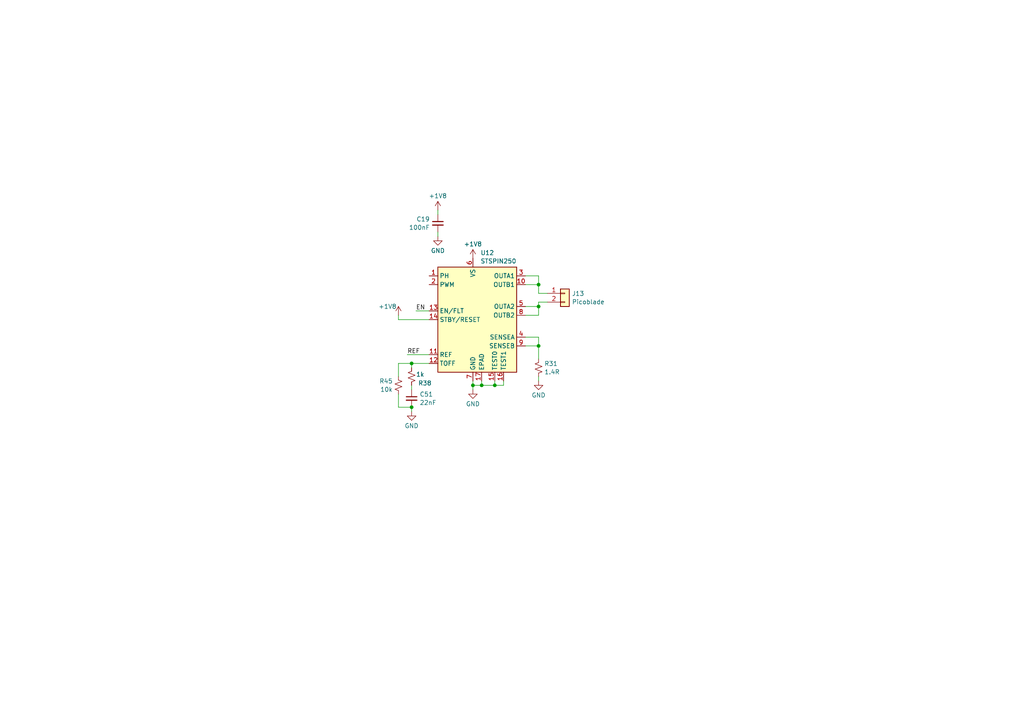
<source format=kicad_sch>
(kicad_sch (version 20230121) (generator eeschema)

  (uuid d3ae3c29-a710-4f7b-94c4-9f99cb159c5b)

  (paper "A4")

  (lib_symbols
    (symbol "Connector_Generic:Conn_01x02" (pin_names (offset 1.016) hide) (in_bom yes) (on_board yes)
      (property "Reference" "J" (at 0 2.54 0)
        (effects (font (size 1.27 1.27)))
      )
      (property "Value" "Conn_01x02" (at 0 -5.08 0)
        (effects (font (size 1.27 1.27)))
      )
      (property "Footprint" "" (at 0 0 0)
        (effects (font (size 1.27 1.27)) hide)
      )
      (property "Datasheet" "~" (at 0 0 0)
        (effects (font (size 1.27 1.27)) hide)
      )
      (property "ki_keywords" "connector" (at 0 0 0)
        (effects (font (size 1.27 1.27)) hide)
      )
      (property "ki_description" "Generic connector, single row, 01x02, script generated (kicad-library-utils/schlib/autogen/connector/)" (at 0 0 0)
        (effects (font (size 1.27 1.27)) hide)
      )
      (property "ki_fp_filters" "Connector*:*_1x??_*" (at 0 0 0)
        (effects (font (size 1.27 1.27)) hide)
      )
      (symbol "Conn_01x02_1_1"
        (rectangle (start -1.27 -2.413) (end 0 -2.667)
          (stroke (width 0.1524) (type default))
          (fill (type none))
        )
        (rectangle (start -1.27 0.127) (end 0 -0.127)
          (stroke (width 0.1524) (type default))
          (fill (type none))
        )
        (rectangle (start -1.27 1.27) (end 1.27 -3.81)
          (stroke (width 0.254) (type default))
          (fill (type background))
        )
        (pin passive line (at -5.08 0 0) (length 3.81)
          (name "Pin_1" (effects (font (size 1.27 1.27))))
          (number "1" (effects (font (size 1.27 1.27))))
        )
        (pin passive line (at -5.08 -2.54 0) (length 3.81)
          (name "Pin_2" (effects (font (size 1.27 1.27))))
          (number "2" (effects (font (size 1.27 1.27))))
        )
      )
    )
    (symbol "Device:C_Small" (pin_numbers hide) (pin_names (offset 0.254) hide) (in_bom yes) (on_board yes)
      (property "Reference" "C" (at 0.254 1.778 0)
        (effects (font (size 1.27 1.27)) (justify left))
      )
      (property "Value" "C_Small" (at 0.254 -2.032 0)
        (effects (font (size 1.27 1.27)) (justify left))
      )
      (property "Footprint" "" (at 0 0 0)
        (effects (font (size 1.27 1.27)) hide)
      )
      (property "Datasheet" "~" (at 0 0 0)
        (effects (font (size 1.27 1.27)) hide)
      )
      (property "ki_keywords" "capacitor cap" (at 0 0 0)
        (effects (font (size 1.27 1.27)) hide)
      )
      (property "ki_description" "Unpolarized capacitor, small symbol" (at 0 0 0)
        (effects (font (size 1.27 1.27)) hide)
      )
      (property "ki_fp_filters" "C_*" (at 0 0 0)
        (effects (font (size 1.27 1.27)) hide)
      )
      (symbol "C_Small_0_1"
        (polyline
          (pts
            (xy -1.524 -0.508)
            (xy 1.524 -0.508)
          )
          (stroke (width 0.3302) (type default))
          (fill (type none))
        )
        (polyline
          (pts
            (xy -1.524 0.508)
            (xy 1.524 0.508)
          )
          (stroke (width 0.3048) (type default))
          (fill (type none))
        )
      )
      (symbol "C_Small_1_1"
        (pin passive line (at 0 2.54 270) (length 2.032)
          (name "~" (effects (font (size 1.27 1.27))))
          (number "1" (effects (font (size 1.27 1.27))))
        )
        (pin passive line (at 0 -2.54 90) (length 2.032)
          (name "~" (effects (font (size 1.27 1.27))))
          (number "2" (effects (font (size 1.27 1.27))))
        )
      )
    )
    (symbol "Device:R_Small_US" (pin_numbers hide) (pin_names (offset 0.254) hide) (in_bom yes) (on_board yes)
      (property "Reference" "R" (at 0.762 0.508 0)
        (effects (font (size 1.27 1.27)) (justify left))
      )
      (property "Value" "R_Small_US" (at 0.762 -1.016 0)
        (effects (font (size 1.27 1.27)) (justify left))
      )
      (property "Footprint" "" (at 0 0 0)
        (effects (font (size 1.27 1.27)) hide)
      )
      (property "Datasheet" "~" (at 0 0 0)
        (effects (font (size 1.27 1.27)) hide)
      )
      (property "ki_keywords" "r resistor" (at 0 0 0)
        (effects (font (size 1.27 1.27)) hide)
      )
      (property "ki_description" "Resistor, small US symbol" (at 0 0 0)
        (effects (font (size 1.27 1.27)) hide)
      )
      (property "ki_fp_filters" "R_*" (at 0 0 0)
        (effects (font (size 1.27 1.27)) hide)
      )
      (symbol "R_Small_US_1_1"
        (polyline
          (pts
            (xy 0 0)
            (xy 1.016 -0.381)
            (xy 0 -0.762)
            (xy -1.016 -1.143)
            (xy 0 -1.524)
          )
          (stroke (width 0) (type default))
          (fill (type none))
        )
        (polyline
          (pts
            (xy 0 1.524)
            (xy 1.016 1.143)
            (xy 0 0.762)
            (xy -1.016 0.381)
            (xy 0 0)
          )
          (stroke (width 0) (type default))
          (fill (type none))
        )
        (pin passive line (at 0 2.54 270) (length 1.016)
          (name "~" (effects (font (size 1.27 1.27))))
          (number "1" (effects (font (size 1.27 1.27))))
        )
        (pin passive line (at 0 -2.54 90) (length 1.016)
          (name "~" (effects (font (size 1.27 1.27))))
          (number "2" (effects (font (size 1.27 1.27))))
        )
      )
    )
    (symbol "components_2:STSPIN250" (in_bom yes) (on_board yes)
      (property "Reference" "U" (at 6.35 21.59 0)
        (effects (font (size 1.27 1.27)))
      )
      (property "Value" "STSPIN250" (at 11.43 19.05 0)
        (effects (font (size 1.27 1.27)))
      )
      (property "Footprint" "" (at 0 24.13 0)
        (effects (font (size 1.27 1.27)) hide)
      )
      (property "Datasheet" "" (at 0 24.13 0)
        (effects (font (size 1.27 1.27)) hide)
      )
      (symbol "STSPIN250_0_1"
        (rectangle (start -10.16 15.24) (end 12.7 -15.24)
          (stroke (width 0.254) (type default))
          (fill (type background))
        )
      )
      (symbol "STSPIN250_1_1"
        (pin input line (at -12.7 12.7 0) (length 2.54)
          (name "PH" (effects (font (size 1.27 1.27))))
          (number "1" (effects (font (size 1.27 1.27))))
        )
        (pin power_out line (at 15.24 10.16 180) (length 2.54)
          (name "OUTB1" (effects (font (size 1.27 1.27))))
          (number "10" (effects (font (size 1.27 1.27))))
        )
        (pin input line (at -12.7 -10.16 0) (length 2.54)
          (name "REF" (effects (font (size 1.27 1.27))))
          (number "11" (effects (font (size 1.27 1.27))))
        )
        (pin input line (at -12.7 -12.7 0) (length 2.54)
          (name "TOFF" (effects (font (size 1.27 1.27))))
          (number "12" (effects (font (size 1.27 1.27))))
        )
        (pin bidirectional line (at -12.7 2.54 0) (length 2.54)
          (name "EN/FLT" (effects (font (size 1.27 1.27))))
          (number "13" (effects (font (size 1.27 1.27))))
        )
        (pin input line (at -12.7 0 0) (length 2.54)
          (name "STBY/RESET" (effects (font (size 1.27 1.27))))
          (number "14" (effects (font (size 1.27 1.27))))
        )
        (pin input line (at 6.35 -17.78 90) (length 2.54)
          (name "TEST0" (effects (font (size 1.27 1.27))))
          (number "15" (effects (font (size 1.27 1.27))))
        )
        (pin input line (at 8.89 -17.78 90) (length 2.54)
          (name "TEST1" (effects (font (size 1.27 1.27))))
          (number "16" (effects (font (size 1.27 1.27))))
        )
        (pin power_in line (at 2.54 -17.78 90) (length 2.54)
          (name "EPAD" (effects (font (size 1.27 1.27))))
          (number "17" (effects (font (size 1.27 1.27))))
        )
        (pin input line (at -12.7 10.16 0) (length 2.54)
          (name "PWM" (effects (font (size 1.27 1.27))))
          (number "2" (effects (font (size 1.27 1.27))))
        )
        (pin power_out line (at 15.24 12.7 180) (length 2.54)
          (name "OUTA1" (effects (font (size 1.27 1.27))))
          (number "3" (effects (font (size 1.27 1.27))))
        )
        (pin power_out line (at 15.24 -5.08 180) (length 2.54)
          (name "SENSEA" (effects (font (size 1.27 1.27))))
          (number "4" (effects (font (size 1.27 1.27))))
        )
        (pin power_out line (at 15.24 3.81 180) (length 2.54)
          (name "OUTA2" (effects (font (size 1.27 1.27))))
          (number "5" (effects (font (size 1.27 1.27))))
        )
        (pin power_in line (at 0 17.78 270) (length 2.54)
          (name "VS" (effects (font (size 1.27 1.27))))
          (number "6" (effects (font (size 1.27 1.27))))
        )
        (pin power_in line (at 0 -17.78 90) (length 2.54)
          (name "GND" (effects (font (size 1.27 1.27))))
          (number "7" (effects (font (size 1.27 1.27))))
        )
        (pin power_out line (at 15.24 1.27 180) (length 2.54)
          (name "OUTB2" (effects (font (size 1.27 1.27))))
          (number "8" (effects (font (size 1.27 1.27))))
        )
        (pin power_out line (at 15.24 -7.62 180) (length 2.54)
          (name "SENSEB" (effects (font (size 1.27 1.27))))
          (number "9" (effects (font (size 1.27 1.27))))
        )
      )
    )
    (symbol "power:+1V8" (power) (pin_names (offset 0)) (in_bom yes) (on_board yes)
      (property "Reference" "#PWR" (at 0 -3.81 0)
        (effects (font (size 1.27 1.27)) hide)
      )
      (property "Value" "+1V8" (at 0 3.556 0)
        (effects (font (size 1.27 1.27)))
      )
      (property "Footprint" "" (at 0 0 0)
        (effects (font (size 1.27 1.27)) hide)
      )
      (property "Datasheet" "" (at 0 0 0)
        (effects (font (size 1.27 1.27)) hide)
      )
      (property "ki_keywords" "global power" (at 0 0 0)
        (effects (font (size 1.27 1.27)) hide)
      )
      (property "ki_description" "Power symbol creates a global label with name \"+1V8\"" (at 0 0 0)
        (effects (font (size 1.27 1.27)) hide)
      )
      (symbol "+1V8_0_1"
        (polyline
          (pts
            (xy -0.762 1.27)
            (xy 0 2.54)
          )
          (stroke (width 0) (type default))
          (fill (type none))
        )
        (polyline
          (pts
            (xy 0 0)
            (xy 0 2.54)
          )
          (stroke (width 0) (type default))
          (fill (type none))
        )
        (polyline
          (pts
            (xy 0 2.54)
            (xy 0.762 1.27)
          )
          (stroke (width 0) (type default))
          (fill (type none))
        )
      )
      (symbol "+1V8_1_1"
        (pin power_in line (at 0 0 90) (length 0) hide
          (name "+1V8" (effects (font (size 1.27 1.27))))
          (number "1" (effects (font (size 1.27 1.27))))
        )
      )
    )
    (symbol "power:GND" (power) (pin_names (offset 0)) (in_bom yes) (on_board yes)
      (property "Reference" "#PWR" (at 0 -6.35 0)
        (effects (font (size 1.27 1.27)) hide)
      )
      (property "Value" "GND" (at 0 -3.81 0)
        (effects (font (size 1.27 1.27)))
      )
      (property "Footprint" "" (at 0 0 0)
        (effects (font (size 1.27 1.27)) hide)
      )
      (property "Datasheet" "" (at 0 0 0)
        (effects (font (size 1.27 1.27)) hide)
      )
      (property "ki_keywords" "global power" (at 0 0 0)
        (effects (font (size 1.27 1.27)) hide)
      )
      (property "ki_description" "Power symbol creates a global label with name \"GND\" , ground" (at 0 0 0)
        (effects (font (size 1.27 1.27)) hide)
      )
      (symbol "GND_0_1"
        (polyline
          (pts
            (xy 0 0)
            (xy 0 -1.27)
            (xy 1.27 -1.27)
            (xy 0 -2.54)
            (xy -1.27 -1.27)
            (xy 0 -1.27)
          )
          (stroke (width 0) (type default))
          (fill (type none))
        )
      )
      (symbol "GND_1_1"
        (pin power_in line (at 0 0 270) (length 0) hide
          (name "GND" (effects (font (size 1.27 1.27))))
          (number "1" (effects (font (size 1.27 1.27))))
        )
      )
    )
  )

  (junction (at 156.21 88.9) (diameter 0) (color 0 0 0 0)
    (uuid 434cb4db-e008-497a-ac75-29356549856d)
  )
  (junction (at 156.21 82.55) (diameter 0) (color 0 0 0 0)
    (uuid 73c65292-b353-4b6d-8478-edeff7afb8c7)
  )
  (junction (at 119.38 118.11) (diameter 0) (color 0 0 0 0)
    (uuid 94b6b8c9-8047-4795-9a9c-fb7cd95c839f)
  )
  (junction (at 156.21 100.33) (diameter 0) (color 0 0 0 0)
    (uuid a7a6fb4e-42d6-42a7-bbf0-d6c88e0348fa)
  )
  (junction (at 143.51 111.76) (diameter 0) (color 0 0 0 0)
    (uuid b3b1cf1f-3840-4d7e-9047-79997c3d87d6)
  )
  (junction (at 137.16 111.76) (diameter 0) (color 0 0 0 0)
    (uuid cbccabf5-514d-4f33-a5e2-8afd2e5196d0)
  )
  (junction (at 119.38 105.41) (diameter 0) (color 0 0 0 0)
    (uuid e8e8b19e-38ee-46f6-abe7-2eb9415a0c45)
  )
  (junction (at 139.7 111.76) (diameter 0) (color 0 0 0 0)
    (uuid ef668624-f822-4384-8bde-da48dda47b2b)
  )

  (wire (pts (xy 158.75 87.63) (xy 156.21 87.63))
    (stroke (width 0) (type default))
    (uuid 03cd1acd-860c-41b6-a0cf-6e5051d36e0a)
  )
  (wire (pts (xy 119.38 119.38) (xy 119.38 118.11))
    (stroke (width 0) (type default))
    (uuid 0b449ecc-9c82-4820-8698-d2d4d1a6b484)
  )
  (wire (pts (xy 152.4 91.44) (xy 156.21 91.44))
    (stroke (width 0) (type default))
    (uuid 0eadbab4-a729-4a40-b7f8-df60fec4a64f)
  )
  (wire (pts (xy 115.57 92.71) (xy 124.46 92.71))
    (stroke (width 0) (type default))
    (uuid 0f466d35-9b0b-4ceb-b8cd-ea19adb3e898)
  )
  (wire (pts (xy 143.51 111.76) (xy 143.51 110.49))
    (stroke (width 0) (type default))
    (uuid 19da91f9-6a5f-48be-9fcf-aa2467619f8e)
  )
  (wire (pts (xy 156.21 100.33) (xy 156.21 104.14))
    (stroke (width 0) (type default))
    (uuid 1b9f4e11-f494-4182-b389-bc772a267783)
  )
  (wire (pts (xy 115.57 105.41) (xy 119.38 105.41))
    (stroke (width 0) (type default))
    (uuid 20724527-7776-4670-b0cc-9f7d650e952e)
  )
  (wire (pts (xy 156.21 97.79) (xy 156.21 100.33))
    (stroke (width 0) (type default))
    (uuid 23522f3e-82c7-4660-bf36-698bed9ff747)
  )
  (wire (pts (xy 115.57 105.41) (xy 115.57 109.22))
    (stroke (width 0) (type default))
    (uuid 266f7f8c-85f0-4bfc-ac14-3e43d1278dbb)
  )
  (wire (pts (xy 118.11 102.87) (xy 124.46 102.87))
    (stroke (width 0) (type default))
    (uuid 281cc014-5e66-4632-bf75-9540f4ceba37)
  )
  (wire (pts (xy 139.7 111.76) (xy 143.51 111.76))
    (stroke (width 0) (type default))
    (uuid 2c7a6d3a-27d4-47e9-a4c8-a2f54c3346dd)
  )
  (wire (pts (xy 115.57 91.44) (xy 115.57 92.71))
    (stroke (width 0) (type default))
    (uuid 2e373b68-696b-43be-8c67-9f63ce48e298)
  )
  (wire (pts (xy 119.38 111.76) (xy 119.38 113.03))
    (stroke (width 0) (type default))
    (uuid 2e7aa4f7-2f59-45c0-9c9e-df1fa5d386ac)
  )
  (wire (pts (xy 156.21 88.9) (xy 156.21 91.44))
    (stroke (width 0) (type default))
    (uuid 445ea813-6607-4352-8695-0473fe659a8a)
  )
  (wire (pts (xy 137.16 111.76) (xy 137.16 113.03))
    (stroke (width 0) (type default))
    (uuid 45a19862-9131-4617-be6d-7f257a3c5054)
  )
  (wire (pts (xy 139.7 111.76) (xy 139.7 110.49))
    (stroke (width 0) (type default))
    (uuid 487c0dd1-8201-4f33-b8f2-393144b038f8)
  )
  (wire (pts (xy 146.05 111.76) (xy 146.05 110.49))
    (stroke (width 0) (type default))
    (uuid 4ce01599-ccbc-4594-b42d-d099858787a8)
  )
  (wire (pts (xy 137.16 110.49) (xy 137.16 111.76))
    (stroke (width 0) (type default))
    (uuid 603a7429-cd78-4607-ab5d-caf3dfa7385e)
  )
  (wire (pts (xy 156.21 85.09) (xy 158.75 85.09))
    (stroke (width 0) (type default))
    (uuid 6d3e1bae-fd32-4e05-b28b-78396ec183c2)
  )
  (wire (pts (xy 127 67.31) (xy 127 68.58))
    (stroke (width 0) (type default))
    (uuid 78851fe2-9688-4dbc-9a81-e27ce981c1f3)
  )
  (wire (pts (xy 156.21 82.55) (xy 156.21 85.09))
    (stroke (width 0) (type default))
    (uuid 815d45b0-8540-4fa8-8a69-4ab3476e3638)
  )
  (wire (pts (xy 152.4 82.55) (xy 156.21 82.55))
    (stroke (width 0) (type default))
    (uuid 911ea3c5-c522-48e4-b8b7-ffe02eb55a93)
  )
  (wire (pts (xy 143.51 111.76) (xy 146.05 111.76))
    (stroke (width 0) (type default))
    (uuid 91d6b792-46f7-47f9-91e4-44f1397bc96d)
  )
  (wire (pts (xy 152.4 97.79) (xy 156.21 97.79))
    (stroke (width 0) (type default))
    (uuid a13d80eb-dd9f-4a70-b224-482e1c96e3df)
  )
  (wire (pts (xy 156.21 88.9) (xy 152.4 88.9))
    (stroke (width 0) (type default))
    (uuid a660deba-e634-41a5-9be9-1acdd54ca362)
  )
  (wire (pts (xy 152.4 100.33) (xy 156.21 100.33))
    (stroke (width 0) (type default))
    (uuid b7184f51-76fc-4818-af53-3af825e81bd1)
  )
  (wire (pts (xy 115.57 118.11) (xy 119.38 118.11))
    (stroke (width 0) (type default))
    (uuid c318da2f-fddf-4636-993e-5bc7cca1beac)
  )
  (wire (pts (xy 156.21 80.01) (xy 156.21 82.55))
    (stroke (width 0) (type default))
    (uuid df2ba190-63ee-43e9-80ec-603bc7b1877f)
  )
  (wire (pts (xy 137.16 111.76) (xy 139.7 111.76))
    (stroke (width 0) (type default))
    (uuid e3059f48-6eba-4772-a1e5-7160201bb03c)
  )
  (wire (pts (xy 120.65 90.17) (xy 124.46 90.17))
    (stroke (width 0) (type default))
    (uuid e9a31b84-fa76-47dc-b181-4530f0359c14)
  )
  (wire (pts (xy 156.21 109.22) (xy 156.21 110.49))
    (stroke (width 0) (type default))
    (uuid eb020714-22ff-400a-b95c-78631cd48784)
  )
  (wire (pts (xy 119.38 105.41) (xy 119.38 106.68))
    (stroke (width 0) (type default))
    (uuid f1eb8655-58c5-4a22-8f79-c4cc1f1bf9d1)
  )
  (wire (pts (xy 127 60.96) (xy 127 62.23))
    (stroke (width 0) (type default))
    (uuid f720122c-4380-418b-9614-9675d2e484e4)
  )
  (wire (pts (xy 115.57 114.3) (xy 115.57 118.11))
    (stroke (width 0) (type default))
    (uuid f7316a7e-2476-4819-8fb7-96fb7a77e1e5)
  )
  (wire (pts (xy 119.38 105.41) (xy 124.46 105.41))
    (stroke (width 0) (type default))
    (uuid f7a28afd-0294-4a52-a35d-87b0cb052b0f)
  )
  (wire (pts (xy 156.21 87.63) (xy 156.21 88.9))
    (stroke (width 0) (type default))
    (uuid fd07932c-b6c9-4dc1-bdde-48111e3bddea)
  )
  (wire (pts (xy 152.4 80.01) (xy 156.21 80.01))
    (stroke (width 0) (type default))
    (uuid fd3999ed-52e0-460b-b2ea-b4287d468792)
  )

  (label "REF" (at 118.11 102.87 0) (fields_autoplaced)
    (effects (font (size 1.27 1.27)) (justify left bottom))
    (uuid 628b10f0-1978-4e01-9101-0252ddf2d5a9)
  )
  (label "EN" (at 120.65 90.17 0) (fields_autoplaced)
    (effects (font (size 1.27 1.27)) (justify left bottom))
    (uuid cc3ae181-a2dc-4730-89a8-d239b9afe088)
  )

  (symbol (lib_id "components_2:STSPIN250") (at 137.16 92.71 0) (unit 1)
    (in_bom yes) (on_board yes) (dnp no) (fields_autoplaced)
    (uuid 19eeca92-6ca8-4a31-b672-8fde65669788)
    (property "Reference" "U12" (at 139.3541 73.3257 0)
      (effects (font (size 1.27 1.27)) (justify left))
    )
    (property "Value" "STSPIN250" (at 139.3541 75.7499 0)
      (effects (font (size 1.27 1.27)) (justify left))
    )
    (property "Footprint" "Ultra_librarian:VFQFPN16_STSPIN_STM" (at 137.16 68.58 0)
      (effects (font (size 1.27 1.27)) hide)
    )
    (property "Datasheet" "" (at 137.16 68.58 0)
      (effects (font (size 1.27 1.27)) hide)
    )
    (property "LCSC" "C155561" (at 137.16 92.71 0)
      (effects (font (size 1.27 1.27)) hide)
    )
    (pin "1" (uuid e46c6c14-ad89-41e7-8adc-19629b9363a5))
    (pin "10" (uuid 97811da0-6c20-4a56-8acc-ede948d652a4))
    (pin "11" (uuid 6cd8da83-5e41-42b5-9795-1502d753ce59))
    (pin "12" (uuid 5072d2bc-849c-45b0-86a6-f246efd8c396))
    (pin "13" (uuid 4e2c5edb-598c-4673-981e-bcf1a29386c7))
    (pin "14" (uuid ed236e16-818c-40c0-8947-e853eeccb1af))
    (pin "15" (uuid 027bc0af-25d8-4ee4-b50a-e4daa7fb83c4))
    (pin "16" (uuid 1f78152d-2d05-4851-8d13-4c6d33a2c056))
    (pin "17" (uuid 2a41c778-4014-4d8b-a467-265f45364098))
    (pin "2" (uuid d0ed151e-5bd0-4e9e-9f18-83566a9c2c95))
    (pin "3" (uuid e5cded07-f179-4277-acae-df617063fae1))
    (pin "4" (uuid 7dcbdaa4-9ce3-441b-bc2b-1453d2e23489))
    (pin "5" (uuid 73c7dc44-4717-45ba-9c72-8d83ddba3050))
    (pin "6" (uuid b625d927-c8b1-4d35-b443-f77956de00b2))
    (pin "7" (uuid fac90f5f-7773-4d00-a29d-cf122037bab4))
    (pin "8" (uuid a5d3c886-c924-40c6-89f2-10d7a9adb180))
    (pin "9" (uuid 917c6d82-403f-49be-8bb7-e6186ace1d0d))
    (instances
      (project "KASM_PCB_REV1"
        (path "/bcd76057-59fd-41c5-bb52-9bafb2ef74e0/04e958db-aa3d-41e7-905b-1283accbf3a5"
          (reference "U12") (unit 1)
        )
        (path "/bcd76057-59fd-41c5-bb52-9bafb2ef74e0/04e958db-aa3d-41e7-905b-1283accbf3a5/18dc00ae-3159-4780-b672-12977f79e5ac"
          (reference "U5") (unit 1)
        )
        (path "/bcd76057-59fd-41c5-bb52-9bafb2ef74e0/04e958db-aa3d-41e7-905b-1283accbf3a5/0e4a8bf2-0dd0-4daf-93f5-21aaab6e9079"
          (reference "U12") (unit 1)
        )
        (path "/bcd76057-59fd-41c5-bb52-9bafb2ef74e0/04e958db-aa3d-41e7-905b-1283accbf3a5/fa3e3175-0ec2-4c23-918b-18b69f6d22c9"
          (reference "U7") (unit 1)
        )
        (path "/bcd76057-59fd-41c5-bb52-9bafb2ef74e0/04e958db-aa3d-41e7-905b-1283accbf3a5/5eb57887-e81e-4477-9dd7-7aacc0de0d0b"
          (reference "U34") (unit 1)
        )
        (path "/bcd76057-59fd-41c5-bb52-9bafb2ef74e0/04e958db-aa3d-41e7-905b-1283accbf3a5/e0928f68-e618-4bed-a90d-d4217e4537fe"
          (reference "U35") (unit 1)
        )
        (path "/bcd76057-59fd-41c5-bb52-9bafb2ef74e0/04e958db-aa3d-41e7-905b-1283accbf3a5/035548b8-a31f-4ce4-88ad-eb25e49c8086"
          (reference "U36") (unit 1)
        )
        (path "/bcd76057-59fd-41c5-bb52-9bafb2ef74e0/04e958db-aa3d-41e7-905b-1283accbf3a5/ea7abcee-3bcc-4e0d-ba1f-bfc5afeaff56"
          (reference "U37") (unit 1)
        )
        (path "/bcd76057-59fd-41c5-bb52-9bafb2ef74e0/04e958db-aa3d-41e7-905b-1283accbf3a5/d43b2610-0e88-49f5-accf-91021c3a3747"
          (reference "U38") (unit 1)
        )
        (path "/bcd76057-59fd-41c5-bb52-9bafb2ef74e0/04e958db-aa3d-41e7-905b-1283accbf3a5/183aa310-3222-4137-baac-257f5699b820"
          (reference "U39") (unit 1)
        )
        (path "/bcd76057-59fd-41c5-bb52-9bafb2ef74e0/04e958db-aa3d-41e7-905b-1283accbf3a5/517c7ed0-094c-4bf8-893e-b74da427973a"
          (reference "U40") (unit 1)
        )
        (path "/bcd76057-59fd-41c5-bb52-9bafb2ef74e0/04e958db-aa3d-41e7-905b-1283accbf3a5/31bee4a8-b94d-44ab-a7b7-0e5ab7943934"
          (reference "U41") (unit 1)
        )
        (path "/bcd76057-59fd-41c5-bb52-9bafb2ef74e0/04e958db-aa3d-41e7-905b-1283accbf3a5/3c7f0f67-84e4-46e0-ae69-a3c8008fc518"
          (reference "U42") (unit 1)
        )
        (path "/bcd76057-59fd-41c5-bb52-9bafb2ef74e0/04e958db-aa3d-41e7-905b-1283accbf3a5/09624144-9abc-4214-b8b3-19be92fa01bb"
          (reference "U43") (unit 1)
        )
        (path "/bcd76057-59fd-41c5-bb52-9bafb2ef74e0/04e958db-aa3d-41e7-905b-1283accbf3a5/debcf873-ffd9-4218-a838-354e10f40114"
          (reference "U44") (unit 1)
        )
        (path "/bcd76057-59fd-41c5-bb52-9bafb2ef74e0/04e958db-aa3d-41e7-905b-1283accbf3a5/f3d20732-cdac-44e3-a331-3cd31b97ff57"
          (reference "U45") (unit 1)
        )
        (path "/bcd76057-59fd-41c5-bb52-9bafb2ef74e0/04e958db-aa3d-41e7-905b-1283accbf3a5/d282b751-7721-4014-b2b7-469980c2fd3d"
          (reference "U46") (unit 1)
        )
        (path "/bcd76057-59fd-41c5-bb52-9bafb2ef74e0/04e958db-aa3d-41e7-905b-1283accbf3a5/2f342150-1aa1-4808-811e-c8652a7360ed"
          (reference "U47") (unit 1)
        )
        (path "/bcd76057-59fd-41c5-bb52-9bafb2ef74e0/04e958db-aa3d-41e7-905b-1283accbf3a5/880b3b36-85e8-4c3c-aa09-491ac2842d9f"
          (reference "U48") (unit 1)
        )
        (path "/bcd76057-59fd-41c5-bb52-9bafb2ef74e0/04e958db-aa3d-41e7-905b-1283accbf3a5/a00a6dc6-5da7-4e1f-b4ec-6af8efc204f4"
          (reference "U49") (unit 1)
        )
        (path "/bcd76057-59fd-41c5-bb52-9bafb2ef74e0/04e958db-aa3d-41e7-905b-1283accbf3a5/fb97f32a-344e-42d0-80a3-2f30f649c95b"
          (reference "U50") (unit 1)
        )
        (path "/bcd76057-59fd-41c5-bb52-9bafb2ef74e0/04e958db-aa3d-41e7-905b-1283accbf3a5/758d2951-640e-4c88-be12-1a100eb086a5"
          (reference "U51") (unit 1)
        )
        (path "/bcd76057-59fd-41c5-bb52-9bafb2ef74e0/04e958db-aa3d-41e7-905b-1283accbf3a5/1e6d7f69-4122-453e-9254-d2339f5150d7"
          (reference "U52") (unit 1)
        )
        (path "/bcd76057-59fd-41c5-bb52-9bafb2ef74e0/04e958db-aa3d-41e7-905b-1283accbf3a5/cc8e9e82-b38f-4c96-81d0-3ca8ac77f771"
          (reference "U53") (unit 1)
        )
        (path "/bcd76057-59fd-41c5-bb52-9bafb2ef74e0/04e958db-aa3d-41e7-905b-1283accbf3a5/b1894ed9-6a63-4439-a2e8-1827c3e49ee7"
          (reference "U54") (unit 1)
        )
        (path "/bcd76057-59fd-41c5-bb52-9bafb2ef74e0/04e958db-aa3d-41e7-905b-1283accbf3a5/a49d49c7-da1f-4137-a620-bdc9f58595d1"
          (reference "U55") (unit 1)
        )
        (path "/bcd76057-59fd-41c5-bb52-9bafb2ef74e0/04e958db-aa3d-41e7-905b-1283accbf3a5/80cd4e08-0efe-488f-8e92-54beb1b4d1f2"
          (reference "U56") (unit 1)
        )
        (path "/bcd76057-59fd-41c5-bb52-9bafb2ef74e0/04e958db-aa3d-41e7-905b-1283accbf3a5/317da025-5f62-4c93-8d06-7954e608af1c"
          (reference "U57") (unit 1)
        )
      )
    )
  )

  (symbol (lib_id "power:GND") (at 119.38 119.38 0) (unit 1)
    (in_bom yes) (on_board yes) (dnp no)
    (uuid 1b560aea-f1d1-4242-9055-9226e0b1f112)
    (property "Reference" "#PWR0113" (at 119.38 125.73 0)
      (effects (font (size 1.27 1.27)) hide)
    )
    (property "Value" "GND" (at 119.38 123.5131 0)
      (effects (font (size 1.27 1.27)))
    )
    (property "Footprint" "" (at 119.38 119.38 0)
      (effects (font (size 1.27 1.27)) hide)
    )
    (property "Datasheet" "" (at 119.38 119.38 0)
      (effects (font (size 1.27 1.27)) hide)
    )
    (pin "1" (uuid 4637a27a-c5c6-4311-b6dc-3fecae4bd51a))
    (instances
      (project "KASM_PCB_REV1"
        (path "/bcd76057-59fd-41c5-bb52-9bafb2ef74e0/04e958db-aa3d-41e7-905b-1283accbf3a5"
          (reference "#PWR0113") (unit 1)
        )
        (path "/bcd76057-59fd-41c5-bb52-9bafb2ef74e0/04e958db-aa3d-41e7-905b-1283accbf3a5/18dc00ae-3159-4780-b672-12977f79e5ac"
          (reference "#PWR0106") (unit 1)
        )
        (path "/bcd76057-59fd-41c5-bb52-9bafb2ef74e0/04e958db-aa3d-41e7-905b-1283accbf3a5/0e4a8bf2-0dd0-4daf-93f5-21aaab6e9079"
          (reference "#PWR0262") (unit 1)
        )
        (path "/bcd76057-59fd-41c5-bb52-9bafb2ef74e0/04e958db-aa3d-41e7-905b-1283accbf3a5/fa3e3175-0ec2-4c23-918b-18b69f6d22c9"
          (reference "#PWR0108") (unit 1)
        )
        (path "/bcd76057-59fd-41c5-bb52-9bafb2ef74e0/04e958db-aa3d-41e7-905b-1283accbf3a5/5eb57887-e81e-4477-9dd7-7aacc0de0d0b"
          (reference "#PWR0269") (unit 1)
        )
        (path "/bcd76057-59fd-41c5-bb52-9bafb2ef74e0/04e958db-aa3d-41e7-905b-1283accbf3a5/e0928f68-e618-4bed-a90d-d4217e4537fe"
          (reference "#PWR0276") (unit 1)
        )
        (path "/bcd76057-59fd-41c5-bb52-9bafb2ef74e0/04e958db-aa3d-41e7-905b-1283accbf3a5/035548b8-a31f-4ce4-88ad-eb25e49c8086"
          (reference "#PWR0283") (unit 1)
        )
        (path "/bcd76057-59fd-41c5-bb52-9bafb2ef74e0/04e958db-aa3d-41e7-905b-1283accbf3a5/ea7abcee-3bcc-4e0d-ba1f-bfc5afeaff56"
          (reference "#PWR0290") (unit 1)
        )
        (path "/bcd76057-59fd-41c5-bb52-9bafb2ef74e0/04e958db-aa3d-41e7-905b-1283accbf3a5/d43b2610-0e88-49f5-accf-91021c3a3747"
          (reference "#PWR0297") (unit 1)
        )
        (path "/bcd76057-59fd-41c5-bb52-9bafb2ef74e0/04e958db-aa3d-41e7-905b-1283accbf3a5/183aa310-3222-4137-baac-257f5699b820"
          (reference "#PWR0304") (unit 1)
        )
        (path "/bcd76057-59fd-41c5-bb52-9bafb2ef74e0/04e958db-aa3d-41e7-905b-1283accbf3a5/517c7ed0-094c-4bf8-893e-b74da427973a"
          (reference "#PWR0311") (unit 1)
        )
        (path "/bcd76057-59fd-41c5-bb52-9bafb2ef74e0/04e958db-aa3d-41e7-905b-1283accbf3a5/31bee4a8-b94d-44ab-a7b7-0e5ab7943934"
          (reference "#PWR0318") (unit 1)
        )
        (path "/bcd76057-59fd-41c5-bb52-9bafb2ef74e0/04e958db-aa3d-41e7-905b-1283accbf3a5/3c7f0f67-84e4-46e0-ae69-a3c8008fc518"
          (reference "#PWR0325") (unit 1)
        )
        (path "/bcd76057-59fd-41c5-bb52-9bafb2ef74e0/04e958db-aa3d-41e7-905b-1283accbf3a5/09624144-9abc-4214-b8b3-19be92fa01bb"
          (reference "#PWR0332") (unit 1)
        )
        (path "/bcd76057-59fd-41c5-bb52-9bafb2ef74e0/04e958db-aa3d-41e7-905b-1283accbf3a5/debcf873-ffd9-4218-a838-354e10f40114"
          (reference "#PWR0339") (unit 1)
        )
        (path "/bcd76057-59fd-41c5-bb52-9bafb2ef74e0/04e958db-aa3d-41e7-905b-1283accbf3a5/f3d20732-cdac-44e3-a331-3cd31b97ff57"
          (reference "#PWR0346") (unit 1)
        )
        (path "/bcd76057-59fd-41c5-bb52-9bafb2ef74e0/04e958db-aa3d-41e7-905b-1283accbf3a5/d282b751-7721-4014-b2b7-469980c2fd3d"
          (reference "#PWR0353") (unit 1)
        )
        (path "/bcd76057-59fd-41c5-bb52-9bafb2ef74e0/04e958db-aa3d-41e7-905b-1283accbf3a5/2f342150-1aa1-4808-811e-c8652a7360ed"
          (reference "#PWR0360") (unit 1)
        )
        (path "/bcd76057-59fd-41c5-bb52-9bafb2ef74e0/04e958db-aa3d-41e7-905b-1283accbf3a5/880b3b36-85e8-4c3c-aa09-491ac2842d9f"
          (reference "#PWR0367") (unit 1)
        )
        (path "/bcd76057-59fd-41c5-bb52-9bafb2ef74e0/04e958db-aa3d-41e7-905b-1283accbf3a5/a00a6dc6-5da7-4e1f-b4ec-6af8efc204f4"
          (reference "#PWR0374") (unit 1)
        )
        (path "/bcd76057-59fd-41c5-bb52-9bafb2ef74e0/04e958db-aa3d-41e7-905b-1283accbf3a5/fb97f32a-344e-42d0-80a3-2f30f649c95b"
          (reference "#PWR0381") (unit 1)
        )
        (path "/bcd76057-59fd-41c5-bb52-9bafb2ef74e0/04e958db-aa3d-41e7-905b-1283accbf3a5/758d2951-640e-4c88-be12-1a100eb086a5"
          (reference "#PWR0388") (unit 1)
        )
        (path "/bcd76057-59fd-41c5-bb52-9bafb2ef74e0/04e958db-aa3d-41e7-905b-1283accbf3a5/1e6d7f69-4122-453e-9254-d2339f5150d7"
          (reference "#PWR0395") (unit 1)
        )
        (path "/bcd76057-59fd-41c5-bb52-9bafb2ef74e0/04e958db-aa3d-41e7-905b-1283accbf3a5/cc8e9e82-b38f-4c96-81d0-3ca8ac77f771"
          (reference "#PWR0402") (unit 1)
        )
        (path "/bcd76057-59fd-41c5-bb52-9bafb2ef74e0/04e958db-aa3d-41e7-905b-1283accbf3a5/b1894ed9-6a63-4439-a2e8-1827c3e49ee7"
          (reference "#PWR0409") (unit 1)
        )
        (path "/bcd76057-59fd-41c5-bb52-9bafb2ef74e0/04e958db-aa3d-41e7-905b-1283accbf3a5/a49d49c7-da1f-4137-a620-bdc9f58595d1"
          (reference "#PWR0416") (unit 1)
        )
        (path "/bcd76057-59fd-41c5-bb52-9bafb2ef74e0/04e958db-aa3d-41e7-905b-1283accbf3a5/80cd4e08-0efe-488f-8e92-54beb1b4d1f2"
          (reference "#PWR0423") (unit 1)
        )
        (path "/bcd76057-59fd-41c5-bb52-9bafb2ef74e0/04e958db-aa3d-41e7-905b-1283accbf3a5/317da025-5f62-4c93-8d06-7954e608af1c"
          (reference "#PWR0430") (unit 1)
        )
      )
    )
  )

  (symbol (lib_id "Device:R_Small_US") (at 115.57 111.76 0) (unit 1)
    (in_bom yes) (on_board yes) (dnp no)
    (uuid 1c0f638b-f20f-4b2e-b1b4-83a656ba64a2)
    (property "Reference" "R45" (at 113.919 110.5479 0)
      (effects (font (size 1.27 1.27)) (justify right))
    )
    (property "Value" "10k" (at 113.919 112.9721 0)
      (effects (font (size 1.27 1.27)) (justify right))
    )
    (property "Footprint" "Resistor_SMD:R_0402_1005Metric" (at 115.57 111.76 0)
      (effects (font (size 1.27 1.27)) hide)
    )
    (property "Datasheet" "~" (at 115.57 111.76 0)
      (effects (font (size 1.27 1.27)) hide)
    )
    (property "LCSC" "C25744" (at 115.57 111.76 0)
      (effects (font (size 1.27 1.27)) hide)
    )
    (pin "1" (uuid 32b177db-daf9-4a6b-9c8f-4c4a6aa2c23e))
    (pin "2" (uuid 07fe93d4-1469-4ba6-a4b1-0eeff5425a0e))
    (instances
      (project "KASM_PCB_REV1"
        (path "/bcd76057-59fd-41c5-bb52-9bafb2ef74e0/04e958db-aa3d-41e7-905b-1283accbf3a5"
          (reference "R45") (unit 1)
        )
        (path "/bcd76057-59fd-41c5-bb52-9bafb2ef74e0/04e958db-aa3d-41e7-905b-1283accbf3a5/18dc00ae-3159-4780-b672-12977f79e5ac"
          (reference "R45") (unit 1)
        )
        (path "/bcd76057-59fd-41c5-bb52-9bafb2ef74e0/04e958db-aa3d-41e7-905b-1283accbf3a5/0e4a8bf2-0dd0-4daf-93f5-21aaab6e9079"
          (reference "R110") (unit 1)
        )
        (path "/bcd76057-59fd-41c5-bb52-9bafb2ef74e0/04e958db-aa3d-41e7-905b-1283accbf3a5/fa3e3175-0ec2-4c23-918b-18b69f6d22c9"
          (reference "R40") (unit 1)
        )
        (path "/bcd76057-59fd-41c5-bb52-9bafb2ef74e0/04e958db-aa3d-41e7-905b-1283accbf3a5/5eb57887-e81e-4477-9dd7-7aacc0de0d0b"
          (reference "R113") (unit 1)
        )
        (path "/bcd76057-59fd-41c5-bb52-9bafb2ef74e0/04e958db-aa3d-41e7-905b-1283accbf3a5/e0928f68-e618-4bed-a90d-d4217e4537fe"
          (reference "R116") (unit 1)
        )
        (path "/bcd76057-59fd-41c5-bb52-9bafb2ef74e0/04e958db-aa3d-41e7-905b-1283accbf3a5/035548b8-a31f-4ce4-88ad-eb25e49c8086"
          (reference "R119") (unit 1)
        )
        (path "/bcd76057-59fd-41c5-bb52-9bafb2ef74e0/04e958db-aa3d-41e7-905b-1283accbf3a5/ea7abcee-3bcc-4e0d-ba1f-bfc5afeaff56"
          (reference "R122") (unit 1)
        )
        (path "/bcd76057-59fd-41c5-bb52-9bafb2ef74e0/04e958db-aa3d-41e7-905b-1283accbf3a5/d43b2610-0e88-49f5-accf-91021c3a3747"
          (reference "R125") (unit 1)
        )
        (path "/bcd76057-59fd-41c5-bb52-9bafb2ef74e0/04e958db-aa3d-41e7-905b-1283accbf3a5/183aa310-3222-4137-baac-257f5699b820"
          (reference "R128") (unit 1)
        )
        (path "/bcd76057-59fd-41c5-bb52-9bafb2ef74e0/04e958db-aa3d-41e7-905b-1283accbf3a5/517c7ed0-094c-4bf8-893e-b74da427973a"
          (reference "R131") (unit 1)
        )
        (path "/bcd76057-59fd-41c5-bb52-9bafb2ef74e0/04e958db-aa3d-41e7-905b-1283accbf3a5/31bee4a8-b94d-44ab-a7b7-0e5ab7943934"
          (reference "R134") (unit 1)
        )
        (path "/bcd76057-59fd-41c5-bb52-9bafb2ef74e0/04e958db-aa3d-41e7-905b-1283accbf3a5/3c7f0f67-84e4-46e0-ae69-a3c8008fc518"
          (reference "R137") (unit 1)
        )
        (path "/bcd76057-59fd-41c5-bb52-9bafb2ef74e0/04e958db-aa3d-41e7-905b-1283accbf3a5/09624144-9abc-4214-b8b3-19be92fa01bb"
          (reference "R140") (unit 1)
        )
        (path "/bcd76057-59fd-41c5-bb52-9bafb2ef74e0/04e958db-aa3d-41e7-905b-1283accbf3a5/debcf873-ffd9-4218-a838-354e10f40114"
          (reference "R143") (unit 1)
        )
        (path "/bcd76057-59fd-41c5-bb52-9bafb2ef74e0/04e958db-aa3d-41e7-905b-1283accbf3a5/f3d20732-cdac-44e3-a331-3cd31b97ff57"
          (reference "R146") (unit 1)
        )
        (path "/bcd76057-59fd-41c5-bb52-9bafb2ef74e0/04e958db-aa3d-41e7-905b-1283accbf3a5/d282b751-7721-4014-b2b7-469980c2fd3d"
          (reference "R149") (unit 1)
        )
        (path "/bcd76057-59fd-41c5-bb52-9bafb2ef74e0/04e958db-aa3d-41e7-905b-1283accbf3a5/2f342150-1aa1-4808-811e-c8652a7360ed"
          (reference "R152") (unit 1)
        )
        (path "/bcd76057-59fd-41c5-bb52-9bafb2ef74e0/04e958db-aa3d-41e7-905b-1283accbf3a5/880b3b36-85e8-4c3c-aa09-491ac2842d9f"
          (reference "R155") (unit 1)
        )
        (path "/bcd76057-59fd-41c5-bb52-9bafb2ef74e0/04e958db-aa3d-41e7-905b-1283accbf3a5/a00a6dc6-5da7-4e1f-b4ec-6af8efc204f4"
          (reference "R158") (unit 1)
        )
        (path "/bcd76057-59fd-41c5-bb52-9bafb2ef74e0/04e958db-aa3d-41e7-905b-1283accbf3a5/fb97f32a-344e-42d0-80a3-2f30f649c95b"
          (reference "R161") (unit 1)
        )
        (path "/bcd76057-59fd-41c5-bb52-9bafb2ef74e0/04e958db-aa3d-41e7-905b-1283accbf3a5/758d2951-640e-4c88-be12-1a100eb086a5"
          (reference "R164") (unit 1)
        )
        (path "/bcd76057-59fd-41c5-bb52-9bafb2ef74e0/04e958db-aa3d-41e7-905b-1283accbf3a5/1e6d7f69-4122-453e-9254-d2339f5150d7"
          (reference "R167") (unit 1)
        )
        (path "/bcd76057-59fd-41c5-bb52-9bafb2ef74e0/04e958db-aa3d-41e7-905b-1283accbf3a5/cc8e9e82-b38f-4c96-81d0-3ca8ac77f771"
          (reference "R170") (unit 1)
        )
        (path "/bcd76057-59fd-41c5-bb52-9bafb2ef74e0/04e958db-aa3d-41e7-905b-1283accbf3a5/b1894ed9-6a63-4439-a2e8-1827c3e49ee7"
          (reference "R173") (unit 1)
        )
        (path "/bcd76057-59fd-41c5-bb52-9bafb2ef74e0/04e958db-aa3d-41e7-905b-1283accbf3a5/a49d49c7-da1f-4137-a620-bdc9f58595d1"
          (reference "R176") (unit 1)
        )
        (path "/bcd76057-59fd-41c5-bb52-9bafb2ef74e0/04e958db-aa3d-41e7-905b-1283accbf3a5/80cd4e08-0efe-488f-8e92-54beb1b4d1f2"
          (reference "R179") (unit 1)
        )
        (path "/bcd76057-59fd-41c5-bb52-9bafb2ef74e0/04e958db-aa3d-41e7-905b-1283accbf3a5/317da025-5f62-4c93-8d06-7954e608af1c"
          (reference "R182") (unit 1)
        )
      )
    )
  )

  (symbol (lib_id "Device:C_Small") (at 119.38 115.57 0) (unit 1)
    (in_bom yes) (on_board yes) (dnp no)
    (uuid 2782306e-b156-4b63-ae9d-a4809019075d)
    (property "Reference" "C51" (at 121.7041 114.3642 0)
      (effects (font (size 1.27 1.27)) (justify left))
    )
    (property "Value" "22nF" (at 121.7041 116.7884 0)
      (effects (font (size 1.27 1.27)) (justify left))
    )
    (property "Footprint" "Capacitor_SMD:C_0402_1005Metric" (at 119.38 115.57 0)
      (effects (font (size 1.27 1.27)) hide)
    )
    (property "Datasheet" "~" (at 119.38 115.57 0)
      (effects (font (size 1.27 1.27)) hide)
    )
    (property "LCSC" "C1532" (at 119.38 115.57 0)
      (effects (font (size 1.27 1.27)) hide)
    )
    (pin "1" (uuid 45cc038a-6790-4cfb-91c4-5c23167940f5))
    (pin "2" (uuid d4512f2d-7735-4fc1-a4ef-1aaab42564c2))
    (instances
      (project "KASM_PCB_REV1"
        (path "/bcd76057-59fd-41c5-bb52-9bafb2ef74e0/04e958db-aa3d-41e7-905b-1283accbf3a5"
          (reference "C51") (unit 1)
        )
        (path "/bcd76057-59fd-41c5-bb52-9bafb2ef74e0/04e958db-aa3d-41e7-905b-1283accbf3a5/18dc00ae-3159-4780-b672-12977f79e5ac"
          (reference "C51") (unit 1)
        )
        (path "/bcd76057-59fd-41c5-bb52-9bafb2ef74e0/04e958db-aa3d-41e7-905b-1283accbf3a5/0e4a8bf2-0dd0-4daf-93f5-21aaab6e9079"
          (reference "C95") (unit 1)
        )
        (path "/bcd76057-59fd-41c5-bb52-9bafb2ef74e0/04e958db-aa3d-41e7-905b-1283accbf3a5/fa3e3175-0ec2-4c23-918b-18b69f6d22c9"
          (reference "C46") (unit 1)
        )
        (path "/bcd76057-59fd-41c5-bb52-9bafb2ef74e0/04e958db-aa3d-41e7-905b-1283accbf3a5/5eb57887-e81e-4477-9dd7-7aacc0de0d0b"
          (reference "C97") (unit 1)
        )
        (path "/bcd76057-59fd-41c5-bb52-9bafb2ef74e0/04e958db-aa3d-41e7-905b-1283accbf3a5/e0928f68-e618-4bed-a90d-d4217e4537fe"
          (reference "C99") (unit 1)
        )
        (path "/bcd76057-59fd-41c5-bb52-9bafb2ef74e0/04e958db-aa3d-41e7-905b-1283accbf3a5/035548b8-a31f-4ce4-88ad-eb25e49c8086"
          (reference "C101") (unit 1)
        )
        (path "/bcd76057-59fd-41c5-bb52-9bafb2ef74e0/04e958db-aa3d-41e7-905b-1283accbf3a5/ea7abcee-3bcc-4e0d-ba1f-bfc5afeaff56"
          (reference "C103") (unit 1)
        )
        (path "/bcd76057-59fd-41c5-bb52-9bafb2ef74e0/04e958db-aa3d-41e7-905b-1283accbf3a5/d43b2610-0e88-49f5-accf-91021c3a3747"
          (reference "C105") (unit 1)
        )
        (path "/bcd76057-59fd-41c5-bb52-9bafb2ef74e0/04e958db-aa3d-41e7-905b-1283accbf3a5/183aa310-3222-4137-baac-257f5699b820"
          (reference "C107") (unit 1)
        )
        (path "/bcd76057-59fd-41c5-bb52-9bafb2ef74e0/04e958db-aa3d-41e7-905b-1283accbf3a5/517c7ed0-094c-4bf8-893e-b74da427973a"
          (reference "C109") (unit 1)
        )
        (path "/bcd76057-59fd-41c5-bb52-9bafb2ef74e0/04e958db-aa3d-41e7-905b-1283accbf3a5/31bee4a8-b94d-44ab-a7b7-0e5ab7943934"
          (reference "C111") (unit 1)
        )
        (path "/bcd76057-59fd-41c5-bb52-9bafb2ef74e0/04e958db-aa3d-41e7-905b-1283accbf3a5/3c7f0f67-84e4-46e0-ae69-a3c8008fc518"
          (reference "C113") (unit 1)
        )
        (path "/bcd76057-59fd-41c5-bb52-9bafb2ef74e0/04e958db-aa3d-41e7-905b-1283accbf3a5/09624144-9abc-4214-b8b3-19be92fa01bb"
          (reference "C115") (unit 1)
        )
        (path "/bcd76057-59fd-41c5-bb52-9bafb2ef74e0/04e958db-aa3d-41e7-905b-1283accbf3a5/debcf873-ffd9-4218-a838-354e10f40114"
          (reference "C117") (unit 1)
        )
        (path "/bcd76057-59fd-41c5-bb52-9bafb2ef74e0/04e958db-aa3d-41e7-905b-1283accbf3a5/f3d20732-cdac-44e3-a331-3cd31b97ff57"
          (reference "C119") (unit 1)
        )
        (path "/bcd76057-59fd-41c5-bb52-9bafb2ef74e0/04e958db-aa3d-41e7-905b-1283accbf3a5/d282b751-7721-4014-b2b7-469980c2fd3d"
          (reference "C121") (unit 1)
        )
        (path "/bcd76057-59fd-41c5-bb52-9bafb2ef74e0/04e958db-aa3d-41e7-905b-1283accbf3a5/2f342150-1aa1-4808-811e-c8652a7360ed"
          (reference "C123") (unit 1)
        )
        (path "/bcd76057-59fd-41c5-bb52-9bafb2ef74e0/04e958db-aa3d-41e7-905b-1283accbf3a5/880b3b36-85e8-4c3c-aa09-491ac2842d9f"
          (reference "C125") (unit 1)
        )
        (path "/bcd76057-59fd-41c5-bb52-9bafb2ef74e0/04e958db-aa3d-41e7-905b-1283accbf3a5/a00a6dc6-5da7-4e1f-b4ec-6af8efc204f4"
          (reference "C127") (unit 1)
        )
        (path "/bcd76057-59fd-41c5-bb52-9bafb2ef74e0/04e958db-aa3d-41e7-905b-1283accbf3a5/fb97f32a-344e-42d0-80a3-2f30f649c95b"
          (reference "C129") (unit 1)
        )
        (path "/bcd76057-59fd-41c5-bb52-9bafb2ef74e0/04e958db-aa3d-41e7-905b-1283accbf3a5/758d2951-640e-4c88-be12-1a100eb086a5"
          (reference "C131") (unit 1)
        )
        (path "/bcd76057-59fd-41c5-bb52-9bafb2ef74e0/04e958db-aa3d-41e7-905b-1283accbf3a5/1e6d7f69-4122-453e-9254-d2339f5150d7"
          (reference "C133") (unit 1)
        )
        (path "/bcd76057-59fd-41c5-bb52-9bafb2ef74e0/04e958db-aa3d-41e7-905b-1283accbf3a5/cc8e9e82-b38f-4c96-81d0-3ca8ac77f771"
          (reference "C135") (unit 1)
        )
        (path "/bcd76057-59fd-41c5-bb52-9bafb2ef74e0/04e958db-aa3d-41e7-905b-1283accbf3a5/b1894ed9-6a63-4439-a2e8-1827c3e49ee7"
          (reference "C137") (unit 1)
        )
        (path "/bcd76057-59fd-41c5-bb52-9bafb2ef74e0/04e958db-aa3d-41e7-905b-1283accbf3a5/a49d49c7-da1f-4137-a620-bdc9f58595d1"
          (reference "C139") (unit 1)
        )
        (path "/bcd76057-59fd-41c5-bb52-9bafb2ef74e0/04e958db-aa3d-41e7-905b-1283accbf3a5/80cd4e08-0efe-488f-8e92-54beb1b4d1f2"
          (reference "C141") (unit 1)
        )
        (path "/bcd76057-59fd-41c5-bb52-9bafb2ef74e0/04e958db-aa3d-41e7-905b-1283accbf3a5/317da025-5f62-4c93-8d06-7954e608af1c"
          (reference "C143") (unit 1)
        )
      )
    )
  )

  (symbol (lib_id "Device:C_Small") (at 127 64.77 0) (mirror y) (unit 1)
    (in_bom yes) (on_board yes) (dnp no)
    (uuid 30662a80-f7ba-4153-8c23-39ace1e524b8)
    (property "Reference" "C19" (at 124.6759 63.5642 0)
      (effects (font (size 1.27 1.27)) (justify left))
    )
    (property "Value" "100nF" (at 124.6759 65.9884 0)
      (effects (font (size 1.27 1.27)) (justify left))
    )
    (property "Footprint" "Capacitor_SMD:C_0402_1005Metric" (at 127 64.77 0)
      (effects (font (size 1.27 1.27)) hide)
    )
    (property "Datasheet" "~" (at 127 64.77 0)
      (effects (font (size 1.27 1.27)) hide)
    )
    (property "LCSC" "C1525" (at 127 64.77 0)
      (effects (font (size 1.27 1.27)) hide)
    )
    (pin "1" (uuid 895c655b-c28c-4357-b4cb-52024c7cdb04))
    (pin "2" (uuid 517a1446-2faa-475e-a498-cdaac64064c7))
    (instances
      (project "KASM_PCB_REV1"
        (path "/bcd76057-59fd-41c5-bb52-9bafb2ef74e0/9f28d78d-ca42-4041-9be6-b996c46b4a0a"
          (reference "C19") (unit 1)
        )
        (path "/bcd76057-59fd-41c5-bb52-9bafb2ef74e0/da6e1dd6-6549-4588-8765-3ff657cbe17b"
          (reference "C1") (unit 1)
        )
        (path "/bcd76057-59fd-41c5-bb52-9bafb2ef74e0/04e958db-aa3d-41e7-905b-1283accbf3a5"
          (reference "C40") (unit 1)
        )
        (path "/bcd76057-59fd-41c5-bb52-9bafb2ef74e0/04e958db-aa3d-41e7-905b-1283accbf3a5/18dc00ae-3159-4780-b672-12977f79e5ac"
          (reference "C40") (unit 1)
        )
        (path "/bcd76057-59fd-41c5-bb52-9bafb2ef74e0/04e958db-aa3d-41e7-905b-1283accbf3a5/0e4a8bf2-0dd0-4daf-93f5-21aaab6e9079"
          (reference "C94") (unit 1)
        )
        (path "/bcd76057-59fd-41c5-bb52-9bafb2ef74e0/04e958db-aa3d-41e7-905b-1283accbf3a5/fa3e3175-0ec2-4c23-918b-18b69f6d22c9"
          (reference "C42") (unit 1)
        )
        (path "/bcd76057-59fd-41c5-bb52-9bafb2ef74e0/04e958db-aa3d-41e7-905b-1283accbf3a5/5eb57887-e81e-4477-9dd7-7aacc0de0d0b"
          (reference "C96") (unit 1)
        )
        (path "/bcd76057-59fd-41c5-bb52-9bafb2ef74e0/04e958db-aa3d-41e7-905b-1283accbf3a5/e0928f68-e618-4bed-a90d-d4217e4537fe"
          (reference "C98") (unit 1)
        )
        (path "/bcd76057-59fd-41c5-bb52-9bafb2ef74e0/04e958db-aa3d-41e7-905b-1283accbf3a5/035548b8-a31f-4ce4-88ad-eb25e49c8086"
          (reference "C100") (unit 1)
        )
        (path "/bcd76057-59fd-41c5-bb52-9bafb2ef74e0/04e958db-aa3d-41e7-905b-1283accbf3a5/ea7abcee-3bcc-4e0d-ba1f-bfc5afeaff56"
          (reference "C102") (unit 1)
        )
        (path "/bcd76057-59fd-41c5-bb52-9bafb2ef74e0/04e958db-aa3d-41e7-905b-1283accbf3a5/d43b2610-0e88-49f5-accf-91021c3a3747"
          (reference "C104") (unit 1)
        )
        (path "/bcd76057-59fd-41c5-bb52-9bafb2ef74e0/04e958db-aa3d-41e7-905b-1283accbf3a5/183aa310-3222-4137-baac-257f5699b820"
          (reference "C106") (unit 1)
        )
        (path "/bcd76057-59fd-41c5-bb52-9bafb2ef74e0/04e958db-aa3d-41e7-905b-1283accbf3a5/517c7ed0-094c-4bf8-893e-b74da427973a"
          (reference "C108") (unit 1)
        )
        (path "/bcd76057-59fd-41c5-bb52-9bafb2ef74e0/04e958db-aa3d-41e7-905b-1283accbf3a5/31bee4a8-b94d-44ab-a7b7-0e5ab7943934"
          (reference "C110") (unit 1)
        )
        (path "/bcd76057-59fd-41c5-bb52-9bafb2ef74e0/04e958db-aa3d-41e7-905b-1283accbf3a5/3c7f0f67-84e4-46e0-ae69-a3c8008fc518"
          (reference "C112") (unit 1)
        )
        (path "/bcd76057-59fd-41c5-bb52-9bafb2ef74e0/04e958db-aa3d-41e7-905b-1283accbf3a5/09624144-9abc-4214-b8b3-19be92fa01bb"
          (reference "C114") (unit 1)
        )
        (path "/bcd76057-59fd-41c5-bb52-9bafb2ef74e0/04e958db-aa3d-41e7-905b-1283accbf3a5/debcf873-ffd9-4218-a838-354e10f40114"
          (reference "C116") (unit 1)
        )
        (path "/bcd76057-59fd-41c5-bb52-9bafb2ef74e0/04e958db-aa3d-41e7-905b-1283accbf3a5/f3d20732-cdac-44e3-a331-3cd31b97ff57"
          (reference "C118") (unit 1)
        )
        (path "/bcd76057-59fd-41c5-bb52-9bafb2ef74e0/04e958db-aa3d-41e7-905b-1283accbf3a5/d282b751-7721-4014-b2b7-469980c2fd3d"
          (reference "C120") (unit 1)
        )
        (path "/bcd76057-59fd-41c5-bb52-9bafb2ef74e0/04e958db-aa3d-41e7-905b-1283accbf3a5/2f342150-1aa1-4808-811e-c8652a7360ed"
          (reference "C122") (unit 1)
        )
        (path "/bcd76057-59fd-41c5-bb52-9bafb2ef74e0/04e958db-aa3d-41e7-905b-1283accbf3a5/880b3b36-85e8-4c3c-aa09-491ac2842d9f"
          (reference "C124") (unit 1)
        )
        (path "/bcd76057-59fd-41c5-bb52-9bafb2ef74e0/04e958db-aa3d-41e7-905b-1283accbf3a5/a00a6dc6-5da7-4e1f-b4ec-6af8efc204f4"
          (reference "C126") (unit 1)
        )
        (path "/bcd76057-59fd-41c5-bb52-9bafb2ef74e0/04e958db-aa3d-41e7-905b-1283accbf3a5/fb97f32a-344e-42d0-80a3-2f30f649c95b"
          (reference "C128") (unit 1)
        )
        (path "/bcd76057-59fd-41c5-bb52-9bafb2ef74e0/04e958db-aa3d-41e7-905b-1283accbf3a5/758d2951-640e-4c88-be12-1a100eb086a5"
          (reference "C130") (unit 1)
        )
        (path "/bcd76057-59fd-41c5-bb52-9bafb2ef74e0/04e958db-aa3d-41e7-905b-1283accbf3a5/1e6d7f69-4122-453e-9254-d2339f5150d7"
          (reference "C132") (unit 1)
        )
        (path "/bcd76057-59fd-41c5-bb52-9bafb2ef74e0/04e958db-aa3d-41e7-905b-1283accbf3a5/cc8e9e82-b38f-4c96-81d0-3ca8ac77f771"
          (reference "C134") (unit 1)
        )
        (path "/bcd76057-59fd-41c5-bb52-9bafb2ef74e0/04e958db-aa3d-41e7-905b-1283accbf3a5/b1894ed9-6a63-4439-a2e8-1827c3e49ee7"
          (reference "C136") (unit 1)
        )
        (path "/bcd76057-59fd-41c5-bb52-9bafb2ef74e0/04e958db-aa3d-41e7-905b-1283accbf3a5/a49d49c7-da1f-4137-a620-bdc9f58595d1"
          (reference "C138") (unit 1)
        )
        (path "/bcd76057-59fd-41c5-bb52-9bafb2ef74e0/04e958db-aa3d-41e7-905b-1283accbf3a5/80cd4e08-0efe-488f-8e92-54beb1b4d1f2"
          (reference "C140") (unit 1)
        )
        (path "/bcd76057-59fd-41c5-bb52-9bafb2ef74e0/04e958db-aa3d-41e7-905b-1283accbf3a5/317da025-5f62-4c93-8d06-7954e608af1c"
          (reference "C142") (unit 1)
        )
      )
    )
  )

  (symbol (lib_id "power:+1V8") (at 137.16 74.93 0) (unit 1)
    (in_bom yes) (on_board yes) (dnp no) (fields_autoplaced)
    (uuid 351bac8b-9ad0-4f87-b14f-9b52a07bdc9f)
    (property "Reference" "#PWR030" (at 137.16 78.74 0)
      (effects (font (size 1.27 1.27)) hide)
    )
    (property "Value" "+1V8" (at 137.16 70.7969 0)
      (effects (font (size 1.27 1.27)))
    )
    (property "Footprint" "" (at 137.16 74.93 0)
      (effects (font (size 1.27 1.27)) hide)
    )
    (property "Datasheet" "" (at 137.16 74.93 0)
      (effects (font (size 1.27 1.27)) hide)
    )
    (pin "1" (uuid 9b8d2036-7e0c-427a-b116-c0583ef1c727))
    (instances
      (project "KASM_PCB_REV1"
        (path "/bcd76057-59fd-41c5-bb52-9bafb2ef74e0/9f28d78d-ca42-4041-9be6-b996c46b4a0a"
          (reference "#PWR030") (unit 1)
        )
        (path "/bcd76057-59fd-41c5-bb52-9bafb2ef74e0/04e958db-aa3d-41e7-905b-1283accbf3a5"
          (reference "#PWR085") (unit 1)
        )
        (path "/bcd76057-59fd-41c5-bb52-9bafb2ef74e0/04e958db-aa3d-41e7-905b-1283accbf3a5/18dc00ae-3159-4780-b672-12977f79e5ac"
          (reference "#PWR074") (unit 1)
        )
        (path "/bcd76057-59fd-41c5-bb52-9bafb2ef74e0/04e958db-aa3d-41e7-905b-1283accbf3a5/0e4a8bf2-0dd0-4daf-93f5-21aaab6e9079"
          (reference "#PWR0258") (unit 1)
        )
        (path "/bcd76057-59fd-41c5-bb52-9bafb2ef74e0/04e958db-aa3d-41e7-905b-1283accbf3a5/fa3e3175-0ec2-4c23-918b-18b69f6d22c9"
          (reference "#PWR080") (unit 1)
        )
        (path "/bcd76057-59fd-41c5-bb52-9bafb2ef74e0/04e958db-aa3d-41e7-905b-1283accbf3a5/5eb57887-e81e-4477-9dd7-7aacc0de0d0b"
          (reference "#PWR0265") (unit 1)
        )
        (path "/bcd76057-59fd-41c5-bb52-9bafb2ef74e0/04e958db-aa3d-41e7-905b-1283accbf3a5/e0928f68-e618-4bed-a90d-d4217e4537fe"
          (reference "#PWR0272") (unit 1)
        )
        (path "/bcd76057-59fd-41c5-bb52-9bafb2ef74e0/04e958db-aa3d-41e7-905b-1283accbf3a5/035548b8-a31f-4ce4-88ad-eb25e49c8086"
          (reference "#PWR0279") (unit 1)
        )
        (path "/bcd76057-59fd-41c5-bb52-9bafb2ef74e0/04e958db-aa3d-41e7-905b-1283accbf3a5/ea7abcee-3bcc-4e0d-ba1f-bfc5afeaff56"
          (reference "#PWR0286") (unit 1)
        )
        (path "/bcd76057-59fd-41c5-bb52-9bafb2ef74e0/04e958db-aa3d-41e7-905b-1283accbf3a5/d43b2610-0e88-49f5-accf-91021c3a3747"
          (reference "#PWR0293") (unit 1)
        )
        (path "/bcd76057-59fd-41c5-bb52-9bafb2ef74e0/04e958db-aa3d-41e7-905b-1283accbf3a5/183aa310-3222-4137-baac-257f5699b820"
          (reference "#PWR0300") (unit 1)
        )
        (path "/bcd76057-59fd-41c5-bb52-9bafb2ef74e0/04e958db-aa3d-41e7-905b-1283accbf3a5/517c7ed0-094c-4bf8-893e-b74da427973a"
          (reference "#PWR0307") (unit 1)
        )
        (path "/bcd76057-59fd-41c5-bb52-9bafb2ef74e0/04e958db-aa3d-41e7-905b-1283accbf3a5/31bee4a8-b94d-44ab-a7b7-0e5ab7943934"
          (reference "#PWR0314") (unit 1)
        )
        (path "/bcd76057-59fd-41c5-bb52-9bafb2ef74e0/04e958db-aa3d-41e7-905b-1283accbf3a5/3c7f0f67-84e4-46e0-ae69-a3c8008fc518"
          (reference "#PWR0321") (unit 1)
        )
        (path "/bcd76057-59fd-41c5-bb52-9bafb2ef74e0/04e958db-aa3d-41e7-905b-1283accbf3a5/09624144-9abc-4214-b8b3-19be92fa01bb"
          (reference "#PWR0328") (unit 1)
        )
        (path "/bcd76057-59fd-41c5-bb52-9bafb2ef74e0/04e958db-aa3d-41e7-905b-1283accbf3a5/debcf873-ffd9-4218-a838-354e10f40114"
          (reference "#PWR0335") (unit 1)
        )
        (path "/bcd76057-59fd-41c5-bb52-9bafb2ef74e0/04e958db-aa3d-41e7-905b-1283accbf3a5/f3d20732-cdac-44e3-a331-3cd31b97ff57"
          (reference "#PWR0342") (unit 1)
        )
        (path "/bcd76057-59fd-41c5-bb52-9bafb2ef74e0/04e958db-aa3d-41e7-905b-1283accbf3a5/d282b751-7721-4014-b2b7-469980c2fd3d"
          (reference "#PWR0349") (unit 1)
        )
        (path "/bcd76057-59fd-41c5-bb52-9bafb2ef74e0/04e958db-aa3d-41e7-905b-1283accbf3a5/2f342150-1aa1-4808-811e-c8652a7360ed"
          (reference "#PWR0356") (unit 1)
        )
        (path "/bcd76057-59fd-41c5-bb52-9bafb2ef74e0/04e958db-aa3d-41e7-905b-1283accbf3a5/880b3b36-85e8-4c3c-aa09-491ac2842d9f"
          (reference "#PWR0363") (unit 1)
        )
        (path "/bcd76057-59fd-41c5-bb52-9bafb2ef74e0/04e958db-aa3d-41e7-905b-1283accbf3a5/a00a6dc6-5da7-4e1f-b4ec-6af8efc204f4"
          (reference "#PWR0370") (unit 1)
        )
        (path "/bcd76057-59fd-41c5-bb52-9bafb2ef74e0/04e958db-aa3d-41e7-905b-1283accbf3a5/fb97f32a-344e-42d0-80a3-2f30f649c95b"
          (reference "#PWR0377") (unit 1)
        )
        (path "/bcd76057-59fd-41c5-bb52-9bafb2ef74e0/04e958db-aa3d-41e7-905b-1283accbf3a5/758d2951-640e-4c88-be12-1a100eb086a5"
          (reference "#PWR0384") (unit 1)
        )
        (path "/bcd76057-59fd-41c5-bb52-9bafb2ef74e0/04e958db-aa3d-41e7-905b-1283accbf3a5/1e6d7f69-4122-453e-9254-d2339f5150d7"
          (reference "#PWR0391") (unit 1)
        )
        (path "/bcd76057-59fd-41c5-bb52-9bafb2ef74e0/04e958db-aa3d-41e7-905b-1283accbf3a5/cc8e9e82-b38f-4c96-81d0-3ca8ac77f771"
          (reference "#PWR0398") (unit 1)
        )
        (path "/bcd76057-59fd-41c5-bb52-9bafb2ef74e0/04e958db-aa3d-41e7-905b-1283accbf3a5/b1894ed9-6a63-4439-a2e8-1827c3e49ee7"
          (reference "#PWR0405") (unit 1)
        )
        (path "/bcd76057-59fd-41c5-bb52-9bafb2ef74e0/04e958db-aa3d-41e7-905b-1283accbf3a5/a49d49c7-da1f-4137-a620-bdc9f58595d1"
          (reference "#PWR0412") (unit 1)
        )
        (path "/bcd76057-59fd-41c5-bb52-9bafb2ef74e0/04e958db-aa3d-41e7-905b-1283accbf3a5/80cd4e08-0efe-488f-8e92-54beb1b4d1f2"
          (reference "#PWR0419") (unit 1)
        )
        (path "/bcd76057-59fd-41c5-bb52-9bafb2ef74e0/04e958db-aa3d-41e7-905b-1283accbf3a5/317da025-5f62-4c93-8d06-7954e608af1c"
          (reference "#PWR0426") (unit 1)
        )
      )
    )
  )

  (symbol (lib_id "power:GND") (at 127 68.58 0) (unit 1)
    (in_bom yes) (on_board yes) (dnp no)
    (uuid 356c60ad-5b4f-4089-bacf-47a1ef944ce7)
    (property "Reference" "#PWR074" (at 127 74.93 0)
      (effects (font (size 1.27 1.27)) hide)
    )
    (property "Value" "GND" (at 127 72.7131 0)
      (effects (font (size 1.27 1.27)))
    )
    (property "Footprint" "" (at 127 68.58 0)
      (effects (font (size 1.27 1.27)) hide)
    )
    (property "Datasheet" "" (at 127 68.58 0)
      (effects (font (size 1.27 1.27)) hide)
    )
    (pin "1" (uuid 24cd32ea-d013-41a9-a9d8-12b731f586e2))
    (instances
      (project "KASM_PCB_REV1"
        (path "/bcd76057-59fd-41c5-bb52-9bafb2ef74e0/04e958db-aa3d-41e7-905b-1283accbf3a5"
          (reference "#PWR074") (unit 1)
        )
        (path "/bcd76057-59fd-41c5-bb52-9bafb2ef74e0/04e958db-aa3d-41e7-905b-1283accbf3a5/18dc00ae-3159-4780-b672-12977f79e5ac"
          (reference "#PWR067") (unit 1)
        )
        (path "/bcd76057-59fd-41c5-bb52-9bafb2ef74e0/04e958db-aa3d-41e7-905b-1283accbf3a5/0e4a8bf2-0dd0-4daf-93f5-21aaab6e9079"
          (reference "#PWR0257") (unit 1)
        )
        (path "/bcd76057-59fd-41c5-bb52-9bafb2ef74e0/04e958db-aa3d-41e7-905b-1283accbf3a5/fa3e3175-0ec2-4c23-918b-18b69f6d22c9"
          (reference "#PWR076") (unit 1)
        )
        (path "/bcd76057-59fd-41c5-bb52-9bafb2ef74e0/04e958db-aa3d-41e7-905b-1283accbf3a5/5eb57887-e81e-4477-9dd7-7aacc0de0d0b"
          (reference "#PWR0264") (unit 1)
        )
        (path "/bcd76057-59fd-41c5-bb52-9bafb2ef74e0/04e958db-aa3d-41e7-905b-1283accbf3a5/e0928f68-e618-4bed-a90d-d4217e4537fe"
          (reference "#PWR0271") (unit 1)
        )
        (path "/bcd76057-59fd-41c5-bb52-9bafb2ef74e0/04e958db-aa3d-41e7-905b-1283accbf3a5/035548b8-a31f-4ce4-88ad-eb25e49c8086"
          (reference "#PWR0278") (unit 1)
        )
        (path "/bcd76057-59fd-41c5-bb52-9bafb2ef74e0/04e958db-aa3d-41e7-905b-1283accbf3a5/ea7abcee-3bcc-4e0d-ba1f-bfc5afeaff56"
          (reference "#PWR0285") (unit 1)
        )
        (path "/bcd76057-59fd-41c5-bb52-9bafb2ef74e0/04e958db-aa3d-41e7-905b-1283accbf3a5/d43b2610-0e88-49f5-accf-91021c3a3747"
          (reference "#PWR0292") (unit 1)
        )
        (path "/bcd76057-59fd-41c5-bb52-9bafb2ef74e0/04e958db-aa3d-41e7-905b-1283accbf3a5/183aa310-3222-4137-baac-257f5699b820"
          (reference "#PWR0299") (unit 1)
        )
        (path "/bcd76057-59fd-41c5-bb52-9bafb2ef74e0/04e958db-aa3d-41e7-905b-1283accbf3a5/517c7ed0-094c-4bf8-893e-b74da427973a"
          (reference "#PWR0306") (unit 1)
        )
        (path "/bcd76057-59fd-41c5-bb52-9bafb2ef74e0/04e958db-aa3d-41e7-905b-1283accbf3a5/31bee4a8-b94d-44ab-a7b7-0e5ab7943934"
          (reference "#PWR0313") (unit 1)
        )
        (path "/bcd76057-59fd-41c5-bb52-9bafb2ef74e0/04e958db-aa3d-41e7-905b-1283accbf3a5/3c7f0f67-84e4-46e0-ae69-a3c8008fc518"
          (reference "#PWR0320") (unit 1)
        )
        (path "/bcd76057-59fd-41c5-bb52-9bafb2ef74e0/04e958db-aa3d-41e7-905b-1283accbf3a5/09624144-9abc-4214-b8b3-19be92fa01bb"
          (reference "#PWR0327") (unit 1)
        )
        (path "/bcd76057-59fd-41c5-bb52-9bafb2ef74e0/04e958db-aa3d-41e7-905b-1283accbf3a5/debcf873-ffd9-4218-a838-354e10f40114"
          (reference "#PWR0334") (unit 1)
        )
        (path "/bcd76057-59fd-41c5-bb52-9bafb2ef74e0/04e958db-aa3d-41e7-905b-1283accbf3a5/f3d20732-cdac-44e3-a331-3cd31b97ff57"
          (reference "#PWR0341") (unit 1)
        )
        (path "/bcd76057-59fd-41c5-bb52-9bafb2ef74e0/04e958db-aa3d-41e7-905b-1283accbf3a5/d282b751-7721-4014-b2b7-469980c2fd3d"
          (reference "#PWR0348") (unit 1)
        )
        (path "/bcd76057-59fd-41c5-bb52-9bafb2ef74e0/04e958db-aa3d-41e7-905b-1283accbf3a5/2f342150-1aa1-4808-811e-c8652a7360ed"
          (reference "#PWR0355") (unit 1)
        )
        (path "/bcd76057-59fd-41c5-bb52-9bafb2ef74e0/04e958db-aa3d-41e7-905b-1283accbf3a5/880b3b36-85e8-4c3c-aa09-491ac2842d9f"
          (reference "#PWR0362") (unit 1)
        )
        (path "/bcd76057-59fd-41c5-bb52-9bafb2ef74e0/04e958db-aa3d-41e7-905b-1283accbf3a5/a00a6dc6-5da7-4e1f-b4ec-6af8efc204f4"
          (reference "#PWR0369") (unit 1)
        )
        (path "/bcd76057-59fd-41c5-bb52-9bafb2ef74e0/04e958db-aa3d-41e7-905b-1283accbf3a5/fb97f32a-344e-42d0-80a3-2f30f649c95b"
          (reference "#PWR0376") (unit 1)
        )
        (path "/bcd76057-59fd-41c5-bb52-9bafb2ef74e0/04e958db-aa3d-41e7-905b-1283accbf3a5/758d2951-640e-4c88-be12-1a100eb086a5"
          (reference "#PWR0383") (unit 1)
        )
        (path "/bcd76057-59fd-41c5-bb52-9bafb2ef74e0/04e958db-aa3d-41e7-905b-1283accbf3a5/1e6d7f69-4122-453e-9254-d2339f5150d7"
          (reference "#PWR0390") (unit 1)
        )
        (path "/bcd76057-59fd-41c5-bb52-9bafb2ef74e0/04e958db-aa3d-41e7-905b-1283accbf3a5/cc8e9e82-b38f-4c96-81d0-3ca8ac77f771"
          (reference "#PWR0397") (unit 1)
        )
        (path "/bcd76057-59fd-41c5-bb52-9bafb2ef74e0/04e958db-aa3d-41e7-905b-1283accbf3a5/b1894ed9-6a63-4439-a2e8-1827c3e49ee7"
          (reference "#PWR0404") (unit 1)
        )
        (path "/bcd76057-59fd-41c5-bb52-9bafb2ef74e0/04e958db-aa3d-41e7-905b-1283accbf3a5/a49d49c7-da1f-4137-a620-bdc9f58595d1"
          (reference "#PWR0411") (unit 1)
        )
        (path "/bcd76057-59fd-41c5-bb52-9bafb2ef74e0/04e958db-aa3d-41e7-905b-1283accbf3a5/80cd4e08-0efe-488f-8e92-54beb1b4d1f2"
          (reference "#PWR0418") (unit 1)
        )
        (path "/bcd76057-59fd-41c5-bb52-9bafb2ef74e0/04e958db-aa3d-41e7-905b-1283accbf3a5/317da025-5f62-4c93-8d06-7954e608af1c"
          (reference "#PWR0425") (unit 1)
        )
      )
    )
  )

  (symbol (lib_id "power:+1V8") (at 115.57 91.44 0) (unit 1)
    (in_bom yes) (on_board yes) (dnp no)
    (uuid 36a3b25a-fef5-4f9e-8ede-61ed5a81a95d)
    (property "Reference" "#PWR030" (at 115.57 95.25 0)
      (effects (font (size 1.27 1.27)) hide)
    )
    (property "Value" "+1V8" (at 112.395 88.9 0)
      (effects (font (size 1.27 1.27)))
    )
    (property "Footprint" "" (at 115.57 91.44 0)
      (effects (font (size 1.27 1.27)) hide)
    )
    (property "Datasheet" "" (at 115.57 91.44 0)
      (effects (font (size 1.27 1.27)) hide)
    )
    (pin "1" (uuid c019826a-b962-47ed-a44d-d165abda84d9))
    (instances
      (project "KASM_PCB_REV1"
        (path "/bcd76057-59fd-41c5-bb52-9bafb2ef74e0/9f28d78d-ca42-4041-9be6-b996c46b4a0a"
          (reference "#PWR030") (unit 1)
        )
        (path "/bcd76057-59fd-41c5-bb52-9bafb2ef74e0/04e958db-aa3d-41e7-905b-1283accbf3a5"
          (reference "#PWR092") (unit 1)
        )
        (path "/bcd76057-59fd-41c5-bb52-9bafb2ef74e0/04e958db-aa3d-41e7-905b-1283accbf3a5/18dc00ae-3159-4780-b672-12977f79e5ac"
          (reference "#PWR085") (unit 1)
        )
        (path "/bcd76057-59fd-41c5-bb52-9bafb2ef74e0/04e958db-aa3d-41e7-905b-1283accbf3a5/0e4a8bf2-0dd0-4daf-93f5-21aaab6e9079"
          (reference "#PWR0259") (unit 1)
        )
        (path "/bcd76057-59fd-41c5-bb52-9bafb2ef74e0/04e958db-aa3d-41e7-905b-1283accbf3a5/fa3e3175-0ec2-4c23-918b-18b69f6d22c9"
          (reference "#PWR087") (unit 1)
        )
        (path "/bcd76057-59fd-41c5-bb52-9bafb2ef74e0/04e958db-aa3d-41e7-905b-1283accbf3a5/5eb57887-e81e-4477-9dd7-7aacc0de0d0b"
          (reference "#PWR0266") (unit 1)
        )
        (path "/bcd76057-59fd-41c5-bb52-9bafb2ef74e0/04e958db-aa3d-41e7-905b-1283accbf3a5/e0928f68-e618-4bed-a90d-d4217e4537fe"
          (reference "#PWR0273") (unit 1)
        )
        (path "/bcd76057-59fd-41c5-bb52-9bafb2ef74e0/04e958db-aa3d-41e7-905b-1283accbf3a5/035548b8-a31f-4ce4-88ad-eb25e49c8086"
          (reference "#PWR0280") (unit 1)
        )
        (path "/bcd76057-59fd-41c5-bb52-9bafb2ef74e0/04e958db-aa3d-41e7-905b-1283accbf3a5/ea7abcee-3bcc-4e0d-ba1f-bfc5afeaff56"
          (reference "#PWR0287") (unit 1)
        )
        (path "/bcd76057-59fd-41c5-bb52-9bafb2ef74e0/04e958db-aa3d-41e7-905b-1283accbf3a5/d43b2610-0e88-49f5-accf-91021c3a3747"
          (reference "#PWR0294") (unit 1)
        )
        (path "/bcd76057-59fd-41c5-bb52-9bafb2ef74e0/04e958db-aa3d-41e7-905b-1283accbf3a5/183aa310-3222-4137-baac-257f5699b820"
          (reference "#PWR0301") (unit 1)
        )
        (path "/bcd76057-59fd-41c5-bb52-9bafb2ef74e0/04e958db-aa3d-41e7-905b-1283accbf3a5/517c7ed0-094c-4bf8-893e-b74da427973a"
          (reference "#PWR0308") (unit 1)
        )
        (path "/bcd76057-59fd-41c5-bb52-9bafb2ef74e0/04e958db-aa3d-41e7-905b-1283accbf3a5/31bee4a8-b94d-44ab-a7b7-0e5ab7943934"
          (reference "#PWR0315") (unit 1)
        )
        (path "/bcd76057-59fd-41c5-bb52-9bafb2ef74e0/04e958db-aa3d-41e7-905b-1283accbf3a5/3c7f0f67-84e4-46e0-ae69-a3c8008fc518"
          (reference "#PWR0322") (unit 1)
        )
        (path "/bcd76057-59fd-41c5-bb52-9bafb2ef74e0/04e958db-aa3d-41e7-905b-1283accbf3a5/09624144-9abc-4214-b8b3-19be92fa01bb"
          (reference "#PWR0329") (unit 1)
        )
        (path "/bcd76057-59fd-41c5-bb52-9bafb2ef74e0/04e958db-aa3d-41e7-905b-1283accbf3a5/debcf873-ffd9-4218-a838-354e10f40114"
          (reference "#PWR0336") (unit 1)
        )
        (path "/bcd76057-59fd-41c5-bb52-9bafb2ef74e0/04e958db-aa3d-41e7-905b-1283accbf3a5/f3d20732-cdac-44e3-a331-3cd31b97ff57"
          (reference "#PWR0343") (unit 1)
        )
        (path "/bcd76057-59fd-41c5-bb52-9bafb2ef74e0/04e958db-aa3d-41e7-905b-1283accbf3a5/d282b751-7721-4014-b2b7-469980c2fd3d"
          (reference "#PWR0350") (unit 1)
        )
        (path "/bcd76057-59fd-41c5-bb52-9bafb2ef74e0/04e958db-aa3d-41e7-905b-1283accbf3a5/2f342150-1aa1-4808-811e-c8652a7360ed"
          (reference "#PWR0357") (unit 1)
        )
        (path "/bcd76057-59fd-41c5-bb52-9bafb2ef74e0/04e958db-aa3d-41e7-905b-1283accbf3a5/880b3b36-85e8-4c3c-aa09-491ac2842d9f"
          (reference "#PWR0364") (unit 1)
        )
        (path "/bcd76057-59fd-41c5-bb52-9bafb2ef74e0/04e958db-aa3d-41e7-905b-1283accbf3a5/a00a6dc6-5da7-4e1f-b4ec-6af8efc204f4"
          (reference "#PWR0371") (unit 1)
        )
        (path "/bcd76057-59fd-41c5-bb52-9bafb2ef74e0/04e958db-aa3d-41e7-905b-1283accbf3a5/fb97f32a-344e-42d0-80a3-2f30f649c95b"
          (reference "#PWR0378") (unit 1)
        )
        (path "/bcd76057-59fd-41c5-bb52-9bafb2ef74e0/04e958db-aa3d-41e7-905b-1283accbf3a5/758d2951-640e-4c88-be12-1a100eb086a5"
          (reference "#PWR0385") (unit 1)
        )
        (path "/bcd76057-59fd-41c5-bb52-9bafb2ef74e0/04e958db-aa3d-41e7-905b-1283accbf3a5/1e6d7f69-4122-453e-9254-d2339f5150d7"
          (reference "#PWR0392") (unit 1)
        )
        (path "/bcd76057-59fd-41c5-bb52-9bafb2ef74e0/04e958db-aa3d-41e7-905b-1283accbf3a5/cc8e9e82-b38f-4c96-81d0-3ca8ac77f771"
          (reference "#PWR0399") (unit 1)
        )
        (path "/bcd76057-59fd-41c5-bb52-9bafb2ef74e0/04e958db-aa3d-41e7-905b-1283accbf3a5/b1894ed9-6a63-4439-a2e8-1827c3e49ee7"
          (reference "#PWR0406") (unit 1)
        )
        (path "/bcd76057-59fd-41c5-bb52-9bafb2ef74e0/04e958db-aa3d-41e7-905b-1283accbf3a5/a49d49c7-da1f-4137-a620-bdc9f58595d1"
          (reference "#PWR0413") (unit 1)
        )
        (path "/bcd76057-59fd-41c5-bb52-9bafb2ef74e0/04e958db-aa3d-41e7-905b-1283accbf3a5/80cd4e08-0efe-488f-8e92-54beb1b4d1f2"
          (reference "#PWR0420") (unit 1)
        )
        (path "/bcd76057-59fd-41c5-bb52-9bafb2ef74e0/04e958db-aa3d-41e7-905b-1283accbf3a5/317da025-5f62-4c93-8d06-7954e608af1c"
          (reference "#PWR0427") (unit 1)
        )
      )
    )
  )

  (symbol (lib_id "power:+1V8") (at 127 60.96 0) (unit 1)
    (in_bom yes) (on_board yes) (dnp no) (fields_autoplaced)
    (uuid 4a17b862-b28f-4bea-8fed-b959ba67ea57)
    (property "Reference" "#PWR030" (at 127 64.77 0)
      (effects (font (size 1.27 1.27)) hide)
    )
    (property "Value" "+1V8" (at 127 56.8269 0)
      (effects (font (size 1.27 1.27)))
    )
    (property "Footprint" "" (at 127 60.96 0)
      (effects (font (size 1.27 1.27)) hide)
    )
    (property "Datasheet" "" (at 127 60.96 0)
      (effects (font (size 1.27 1.27)) hide)
    )
    (pin "1" (uuid ca22d20b-9ec0-46dc-b815-a2e628a56dc4))
    (instances
      (project "KASM_PCB_REV1"
        (path "/bcd76057-59fd-41c5-bb52-9bafb2ef74e0/9f28d78d-ca42-4041-9be6-b996c46b4a0a"
          (reference "#PWR030") (unit 1)
        )
        (path "/bcd76057-59fd-41c5-bb52-9bafb2ef74e0/04e958db-aa3d-41e7-905b-1283accbf3a5"
          (reference "#PWR067") (unit 1)
        )
        (path "/bcd76057-59fd-41c5-bb52-9bafb2ef74e0/04e958db-aa3d-41e7-905b-1283accbf3a5/18dc00ae-3159-4780-b672-12977f79e5ac"
          (reference "#PWR023") (unit 1)
        )
        (path "/bcd76057-59fd-41c5-bb52-9bafb2ef74e0/04e958db-aa3d-41e7-905b-1283accbf3a5/0e4a8bf2-0dd0-4daf-93f5-21aaab6e9079"
          (reference "#PWR0113") (unit 1)
        )
        (path "/bcd76057-59fd-41c5-bb52-9bafb2ef74e0/04e958db-aa3d-41e7-905b-1283accbf3a5/fa3e3175-0ec2-4c23-918b-18b69f6d22c9"
          (reference "#PWR069") (unit 1)
        )
        (path "/bcd76057-59fd-41c5-bb52-9bafb2ef74e0/04e958db-aa3d-41e7-905b-1283accbf3a5/5eb57887-e81e-4477-9dd7-7aacc0de0d0b"
          (reference "#PWR0263") (unit 1)
        )
        (path "/bcd76057-59fd-41c5-bb52-9bafb2ef74e0/04e958db-aa3d-41e7-905b-1283accbf3a5/e0928f68-e618-4bed-a90d-d4217e4537fe"
          (reference "#PWR0270") (unit 1)
        )
        (path "/bcd76057-59fd-41c5-bb52-9bafb2ef74e0/04e958db-aa3d-41e7-905b-1283accbf3a5/035548b8-a31f-4ce4-88ad-eb25e49c8086"
          (reference "#PWR0277") (unit 1)
        )
        (path "/bcd76057-59fd-41c5-bb52-9bafb2ef74e0/04e958db-aa3d-41e7-905b-1283accbf3a5/ea7abcee-3bcc-4e0d-ba1f-bfc5afeaff56"
          (reference "#PWR0284") (unit 1)
        )
        (path "/bcd76057-59fd-41c5-bb52-9bafb2ef74e0/04e958db-aa3d-41e7-905b-1283accbf3a5/d43b2610-0e88-49f5-accf-91021c3a3747"
          (reference "#PWR0291") (unit 1)
        )
        (path "/bcd76057-59fd-41c5-bb52-9bafb2ef74e0/04e958db-aa3d-41e7-905b-1283accbf3a5/183aa310-3222-4137-baac-257f5699b820"
          (reference "#PWR0298") (unit 1)
        )
        (path "/bcd76057-59fd-41c5-bb52-9bafb2ef74e0/04e958db-aa3d-41e7-905b-1283accbf3a5/517c7ed0-094c-4bf8-893e-b74da427973a"
          (reference "#PWR0305") (unit 1)
        )
        (path "/bcd76057-59fd-41c5-bb52-9bafb2ef74e0/04e958db-aa3d-41e7-905b-1283accbf3a5/31bee4a8-b94d-44ab-a7b7-0e5ab7943934"
          (reference "#PWR0312") (unit 1)
        )
        (path "/bcd76057-59fd-41c5-bb52-9bafb2ef74e0/04e958db-aa3d-41e7-905b-1283accbf3a5/3c7f0f67-84e4-46e0-ae69-a3c8008fc518"
          (reference "#PWR0319") (unit 1)
        )
        (path "/bcd76057-59fd-41c5-bb52-9bafb2ef74e0/04e958db-aa3d-41e7-905b-1283accbf3a5/09624144-9abc-4214-b8b3-19be92fa01bb"
          (reference "#PWR0326") (unit 1)
        )
        (path "/bcd76057-59fd-41c5-bb52-9bafb2ef74e0/04e958db-aa3d-41e7-905b-1283accbf3a5/debcf873-ffd9-4218-a838-354e10f40114"
          (reference "#PWR0333") (unit 1)
        )
        (path "/bcd76057-59fd-41c5-bb52-9bafb2ef74e0/04e958db-aa3d-41e7-905b-1283accbf3a5/f3d20732-cdac-44e3-a331-3cd31b97ff57"
          (reference "#PWR0340") (unit 1)
        )
        (path "/bcd76057-59fd-41c5-bb52-9bafb2ef74e0/04e958db-aa3d-41e7-905b-1283accbf3a5/d282b751-7721-4014-b2b7-469980c2fd3d"
          (reference "#PWR0347") (unit 1)
        )
        (path "/bcd76057-59fd-41c5-bb52-9bafb2ef74e0/04e958db-aa3d-41e7-905b-1283accbf3a5/2f342150-1aa1-4808-811e-c8652a7360ed"
          (reference "#PWR0354") (unit 1)
        )
        (path "/bcd76057-59fd-41c5-bb52-9bafb2ef74e0/04e958db-aa3d-41e7-905b-1283accbf3a5/880b3b36-85e8-4c3c-aa09-491ac2842d9f"
          (reference "#PWR0361") (unit 1)
        )
        (path "/bcd76057-59fd-41c5-bb52-9bafb2ef74e0/04e958db-aa3d-41e7-905b-1283accbf3a5/a00a6dc6-5da7-4e1f-b4ec-6af8efc204f4"
          (reference "#PWR0368") (unit 1)
        )
        (path "/bcd76057-59fd-41c5-bb52-9bafb2ef74e0/04e958db-aa3d-41e7-905b-1283accbf3a5/fb97f32a-344e-42d0-80a3-2f30f649c95b"
          (reference "#PWR0375") (unit 1)
        )
        (path "/bcd76057-59fd-41c5-bb52-9bafb2ef74e0/04e958db-aa3d-41e7-905b-1283accbf3a5/758d2951-640e-4c88-be12-1a100eb086a5"
          (reference "#PWR0382") (unit 1)
        )
        (path "/bcd76057-59fd-41c5-bb52-9bafb2ef74e0/04e958db-aa3d-41e7-905b-1283accbf3a5/1e6d7f69-4122-453e-9254-d2339f5150d7"
          (reference "#PWR0389") (unit 1)
        )
        (path "/bcd76057-59fd-41c5-bb52-9bafb2ef74e0/04e958db-aa3d-41e7-905b-1283accbf3a5/cc8e9e82-b38f-4c96-81d0-3ca8ac77f771"
          (reference "#PWR0396") (unit 1)
        )
        (path "/bcd76057-59fd-41c5-bb52-9bafb2ef74e0/04e958db-aa3d-41e7-905b-1283accbf3a5/b1894ed9-6a63-4439-a2e8-1827c3e49ee7"
          (reference "#PWR0403") (unit 1)
        )
        (path "/bcd76057-59fd-41c5-bb52-9bafb2ef74e0/04e958db-aa3d-41e7-905b-1283accbf3a5/a49d49c7-da1f-4137-a620-bdc9f58595d1"
          (reference "#PWR0410") (unit 1)
        )
        (path "/bcd76057-59fd-41c5-bb52-9bafb2ef74e0/04e958db-aa3d-41e7-905b-1283accbf3a5/80cd4e08-0efe-488f-8e92-54beb1b4d1f2"
          (reference "#PWR0417") (unit 1)
        )
        (path "/bcd76057-59fd-41c5-bb52-9bafb2ef74e0/04e958db-aa3d-41e7-905b-1283accbf3a5/317da025-5f62-4c93-8d06-7954e608af1c"
          (reference "#PWR0424") (unit 1)
        )
      )
    )
  )

  (symbol (lib_id "Device:R_Small_US") (at 156.21 106.68 0) (mirror y) (unit 1)
    (in_bom yes) (on_board yes) (dnp no)
    (uuid 739f4a2e-f4a0-4e6c-a631-5fbace4a89ae)
    (property "Reference" "R31" (at 157.861 105.4679 0)
      (effects (font (size 1.27 1.27)) (justify right))
    )
    (property "Value" "1.4R" (at 157.861 107.8921 0)
      (effects (font (size 1.27 1.27)) (justify right))
    )
    (property "Footprint" "Resistor_SMD:R_1206_3216Metric" (at 156.21 106.68 0)
      (effects (font (size 1.27 1.27)) hide)
    )
    (property "Datasheet" "~" (at 156.21 106.68 0)
      (effects (font (size 1.27 1.27)) hide)
    )
    (property "LCSC" "C305315" (at 156.21 106.68 0)
      (effects (font (size 1.27 1.27)) hide)
    )
    (pin "1" (uuid ab332750-1698-44ce-bd44-361051c37c00))
    (pin "2" (uuid 61c375fc-a9c2-41cd-b3f5-3d3481223289))
    (instances
      (project "KASM_PCB_REV1"
        (path "/bcd76057-59fd-41c5-bb52-9bafb2ef74e0/04e958db-aa3d-41e7-905b-1283accbf3a5"
          (reference "R31") (unit 1)
        )
        (path "/bcd76057-59fd-41c5-bb52-9bafb2ef74e0/04e958db-aa3d-41e7-905b-1283accbf3a5/18dc00ae-3159-4780-b672-12977f79e5ac"
          (reference "R31") (unit 1)
        )
        (path "/bcd76057-59fd-41c5-bb52-9bafb2ef74e0/04e958db-aa3d-41e7-905b-1283accbf3a5/0e4a8bf2-0dd0-4daf-93f5-21aaab6e9079"
          (reference "R108") (unit 1)
        )
        (path "/bcd76057-59fd-41c5-bb52-9bafb2ef74e0/04e958db-aa3d-41e7-905b-1283accbf3a5/fa3e3175-0ec2-4c23-918b-18b69f6d22c9"
          (reference "R26") (unit 1)
        )
        (path "/bcd76057-59fd-41c5-bb52-9bafb2ef74e0/04e958db-aa3d-41e7-905b-1283accbf3a5/5eb57887-e81e-4477-9dd7-7aacc0de0d0b"
          (reference "R111") (unit 1)
        )
        (path "/bcd76057-59fd-41c5-bb52-9bafb2ef74e0/04e958db-aa3d-41e7-905b-1283accbf3a5/e0928f68-e618-4bed-a90d-d4217e4537fe"
          (reference "R114") (unit 1)
        )
        (path "/bcd76057-59fd-41c5-bb52-9bafb2ef74e0/04e958db-aa3d-41e7-905b-1283accbf3a5/035548b8-a31f-4ce4-88ad-eb25e49c8086"
          (reference "R117") (unit 1)
        )
        (path "/bcd76057-59fd-41c5-bb52-9bafb2ef74e0/04e958db-aa3d-41e7-905b-1283accbf3a5/ea7abcee-3bcc-4e0d-ba1f-bfc5afeaff56"
          (reference "R120") (unit 1)
        )
        (path "/bcd76057-59fd-41c5-bb52-9bafb2ef74e0/04e958db-aa3d-41e7-905b-1283accbf3a5/d43b2610-0e88-49f5-accf-91021c3a3747"
          (reference "R123") (unit 1)
        )
        (path "/bcd76057-59fd-41c5-bb52-9bafb2ef74e0/04e958db-aa3d-41e7-905b-1283accbf3a5/183aa310-3222-4137-baac-257f5699b820"
          (reference "R126") (unit 1)
        )
        (path "/bcd76057-59fd-41c5-bb52-9bafb2ef74e0/04e958db-aa3d-41e7-905b-1283accbf3a5/517c7ed0-094c-4bf8-893e-b74da427973a"
          (reference "R129") (unit 1)
        )
        (path "/bcd76057-59fd-41c5-bb52-9bafb2ef74e0/04e958db-aa3d-41e7-905b-1283accbf3a5/31bee4a8-b94d-44ab-a7b7-0e5ab7943934"
          (reference "R132") (unit 1)
        )
        (path "/bcd76057-59fd-41c5-bb52-9bafb2ef74e0/04e958db-aa3d-41e7-905b-1283accbf3a5/3c7f0f67-84e4-46e0-ae69-a3c8008fc518"
          (reference "R135") (unit 1)
        )
        (path "/bcd76057-59fd-41c5-bb52-9bafb2ef74e0/04e958db-aa3d-41e7-905b-1283accbf3a5/09624144-9abc-4214-b8b3-19be92fa01bb"
          (reference "R138") (unit 1)
        )
        (path "/bcd76057-59fd-41c5-bb52-9bafb2ef74e0/04e958db-aa3d-41e7-905b-1283accbf3a5/debcf873-ffd9-4218-a838-354e10f40114"
          (reference "R141") (unit 1)
        )
        (path "/bcd76057-59fd-41c5-bb52-9bafb2ef74e0/04e958db-aa3d-41e7-905b-1283accbf3a5/f3d20732-cdac-44e3-a331-3cd31b97ff57"
          (reference "R144") (unit 1)
        )
        (path "/bcd76057-59fd-41c5-bb52-9bafb2ef74e0/04e958db-aa3d-41e7-905b-1283accbf3a5/d282b751-7721-4014-b2b7-469980c2fd3d"
          (reference "R147") (unit 1)
        )
        (path "/bcd76057-59fd-41c5-bb52-9bafb2ef74e0/04e958db-aa3d-41e7-905b-1283accbf3a5/2f342150-1aa1-4808-811e-c8652a7360ed"
          (reference "R150") (unit 1)
        )
        (path "/bcd76057-59fd-41c5-bb52-9bafb2ef74e0/04e958db-aa3d-41e7-905b-1283accbf3a5/880b3b36-85e8-4c3c-aa09-491ac2842d9f"
          (reference "R153") (unit 1)
        )
        (path "/bcd76057-59fd-41c5-bb52-9bafb2ef74e0/04e958db-aa3d-41e7-905b-1283accbf3a5/a00a6dc6-5da7-4e1f-b4ec-6af8efc204f4"
          (reference "R156") (unit 1)
        )
        (path "/bcd76057-59fd-41c5-bb52-9bafb2ef74e0/04e958db-aa3d-41e7-905b-1283accbf3a5/fb97f32a-344e-42d0-80a3-2f30f649c95b"
          (reference "R159") (unit 1)
        )
        (path "/bcd76057-59fd-41c5-bb52-9bafb2ef74e0/04e958db-aa3d-41e7-905b-1283accbf3a5/758d2951-640e-4c88-be12-1a100eb086a5"
          (reference "R162") (unit 1)
        )
        (path "/bcd76057-59fd-41c5-bb52-9bafb2ef74e0/04e958db-aa3d-41e7-905b-1283accbf3a5/1e6d7f69-4122-453e-9254-d2339f5150d7"
          (reference "R165") (unit 1)
        )
        (path "/bcd76057-59fd-41c5-bb52-9bafb2ef74e0/04e958db-aa3d-41e7-905b-1283accbf3a5/cc8e9e82-b38f-4c96-81d0-3ca8ac77f771"
          (reference "R168") (unit 1)
        )
        (path "/bcd76057-59fd-41c5-bb52-9bafb2ef74e0/04e958db-aa3d-41e7-905b-1283accbf3a5/b1894ed9-6a63-4439-a2e8-1827c3e49ee7"
          (reference "R171") (unit 1)
        )
        (path "/bcd76057-59fd-41c5-bb52-9bafb2ef74e0/04e958db-aa3d-41e7-905b-1283accbf3a5/a49d49c7-da1f-4137-a620-bdc9f58595d1"
          (reference "R174") (unit 1)
        )
        (path "/bcd76057-59fd-41c5-bb52-9bafb2ef74e0/04e958db-aa3d-41e7-905b-1283accbf3a5/80cd4e08-0efe-488f-8e92-54beb1b4d1f2"
          (reference "R177") (unit 1)
        )
        (path "/bcd76057-59fd-41c5-bb52-9bafb2ef74e0/04e958db-aa3d-41e7-905b-1283accbf3a5/317da025-5f62-4c93-8d06-7954e608af1c"
          (reference "R180") (unit 1)
        )
      )
    )
  )

  (symbol (lib_id "power:GND") (at 137.16 113.03 0) (unit 1)
    (in_bom yes) (on_board yes) (dnp no) (fields_autoplaced)
    (uuid 74518738-9a2d-49ce-902d-cebd6635bc08)
    (property "Reference" "#PWR0106" (at 137.16 119.38 0)
      (effects (font (size 1.27 1.27)) hide)
    )
    (property "Value" "GND" (at 137.16 117.1631 0)
      (effects (font (size 1.27 1.27)))
    )
    (property "Footprint" "" (at 137.16 113.03 0)
      (effects (font (size 1.27 1.27)) hide)
    )
    (property "Datasheet" "" (at 137.16 113.03 0)
      (effects (font (size 1.27 1.27)) hide)
    )
    (pin "1" (uuid 740dfa53-853c-4514-890c-6a7137be4141))
    (instances
      (project "KASM_PCB_REV1"
        (path "/bcd76057-59fd-41c5-bb52-9bafb2ef74e0/04e958db-aa3d-41e7-905b-1283accbf3a5"
          (reference "#PWR0106") (unit 1)
        )
        (path "/bcd76057-59fd-41c5-bb52-9bafb2ef74e0/04e958db-aa3d-41e7-905b-1283accbf3a5/18dc00ae-3159-4780-b672-12977f79e5ac"
          (reference "#PWR099") (unit 1)
        )
        (path "/bcd76057-59fd-41c5-bb52-9bafb2ef74e0/04e958db-aa3d-41e7-905b-1283accbf3a5/0e4a8bf2-0dd0-4daf-93f5-21aaab6e9079"
          (reference "#PWR0261") (unit 1)
        )
        (path "/bcd76057-59fd-41c5-bb52-9bafb2ef74e0/04e958db-aa3d-41e7-905b-1283accbf3a5/fa3e3175-0ec2-4c23-918b-18b69f6d22c9"
          (reference "#PWR0101") (unit 1)
        )
        (path "/bcd76057-59fd-41c5-bb52-9bafb2ef74e0/04e958db-aa3d-41e7-905b-1283accbf3a5/5eb57887-e81e-4477-9dd7-7aacc0de0d0b"
          (reference "#PWR0268") (unit 1)
        )
        (path "/bcd76057-59fd-41c5-bb52-9bafb2ef74e0/04e958db-aa3d-41e7-905b-1283accbf3a5/e0928f68-e618-4bed-a90d-d4217e4537fe"
          (reference "#PWR0275") (unit 1)
        )
        (path "/bcd76057-59fd-41c5-bb52-9bafb2ef74e0/04e958db-aa3d-41e7-905b-1283accbf3a5/035548b8-a31f-4ce4-88ad-eb25e49c8086"
          (reference "#PWR0282") (unit 1)
        )
        (path "/bcd76057-59fd-41c5-bb52-9bafb2ef74e0/04e958db-aa3d-41e7-905b-1283accbf3a5/ea7abcee-3bcc-4e0d-ba1f-bfc5afeaff56"
          (reference "#PWR0289") (unit 1)
        )
        (path "/bcd76057-59fd-41c5-bb52-9bafb2ef74e0/04e958db-aa3d-41e7-905b-1283accbf3a5/d43b2610-0e88-49f5-accf-91021c3a3747"
          (reference "#PWR0296") (unit 1)
        )
        (path "/bcd76057-59fd-41c5-bb52-9bafb2ef74e0/04e958db-aa3d-41e7-905b-1283accbf3a5/183aa310-3222-4137-baac-257f5699b820"
          (reference "#PWR0303") (unit 1)
        )
        (path "/bcd76057-59fd-41c5-bb52-9bafb2ef74e0/04e958db-aa3d-41e7-905b-1283accbf3a5/517c7ed0-094c-4bf8-893e-b74da427973a"
          (reference "#PWR0310") (unit 1)
        )
        (path "/bcd76057-59fd-41c5-bb52-9bafb2ef74e0/04e958db-aa3d-41e7-905b-1283accbf3a5/31bee4a8-b94d-44ab-a7b7-0e5ab7943934"
          (reference "#PWR0317") (unit 1)
        )
        (path "/bcd76057-59fd-41c5-bb52-9bafb2ef74e0/04e958db-aa3d-41e7-905b-1283accbf3a5/3c7f0f67-84e4-46e0-ae69-a3c8008fc518"
          (reference "#PWR0324") (unit 1)
        )
        (path "/bcd76057-59fd-41c5-bb52-9bafb2ef74e0/04e958db-aa3d-41e7-905b-1283accbf3a5/09624144-9abc-4214-b8b3-19be92fa01bb"
          (reference "#PWR0331") (unit 1)
        )
        (path "/bcd76057-59fd-41c5-bb52-9bafb2ef74e0/04e958db-aa3d-41e7-905b-1283accbf3a5/debcf873-ffd9-4218-a838-354e10f40114"
          (reference "#PWR0338") (unit 1)
        )
        (path "/bcd76057-59fd-41c5-bb52-9bafb2ef74e0/04e958db-aa3d-41e7-905b-1283accbf3a5/f3d20732-cdac-44e3-a331-3cd31b97ff57"
          (reference "#PWR0345") (unit 1)
        )
        (path "/bcd76057-59fd-41c5-bb52-9bafb2ef74e0/04e958db-aa3d-41e7-905b-1283accbf3a5/d282b751-7721-4014-b2b7-469980c2fd3d"
          (reference "#PWR0352") (unit 1)
        )
        (path "/bcd76057-59fd-41c5-bb52-9bafb2ef74e0/04e958db-aa3d-41e7-905b-1283accbf3a5/2f342150-1aa1-4808-811e-c8652a7360ed"
          (reference "#PWR0359") (unit 1)
        )
        (path "/bcd76057-59fd-41c5-bb52-9bafb2ef74e0/04e958db-aa3d-41e7-905b-1283accbf3a5/880b3b36-85e8-4c3c-aa09-491ac2842d9f"
          (reference "#PWR0366") (unit 1)
        )
        (path "/bcd76057-59fd-41c5-bb52-9bafb2ef74e0/04e958db-aa3d-41e7-905b-1283accbf3a5/a00a6dc6-5da7-4e1f-b4ec-6af8efc204f4"
          (reference "#PWR0373") (unit 1)
        )
        (path "/bcd76057-59fd-41c5-bb52-9bafb2ef74e0/04e958db-aa3d-41e7-905b-1283accbf3a5/fb97f32a-344e-42d0-80a3-2f30f649c95b"
          (reference "#PWR0380") (unit 1)
        )
        (path "/bcd76057-59fd-41c5-bb52-9bafb2ef74e0/04e958db-aa3d-41e7-905b-1283accbf3a5/758d2951-640e-4c88-be12-1a100eb086a5"
          (reference "#PWR0387") (unit 1)
        )
        (path "/bcd76057-59fd-41c5-bb52-9bafb2ef74e0/04e958db-aa3d-41e7-905b-1283accbf3a5/1e6d7f69-4122-453e-9254-d2339f5150d7"
          (reference "#PWR0394") (unit 1)
        )
        (path "/bcd76057-59fd-41c5-bb52-9bafb2ef74e0/04e958db-aa3d-41e7-905b-1283accbf3a5/cc8e9e82-b38f-4c96-81d0-3ca8ac77f771"
          (reference "#PWR0401") (unit 1)
        )
        (path "/bcd76057-59fd-41c5-bb52-9bafb2ef74e0/04e958db-aa3d-41e7-905b-1283accbf3a5/b1894ed9-6a63-4439-a2e8-1827c3e49ee7"
          (reference "#PWR0408") (unit 1)
        )
        (path "/bcd76057-59fd-41c5-bb52-9bafb2ef74e0/04e958db-aa3d-41e7-905b-1283accbf3a5/a49d49c7-da1f-4137-a620-bdc9f58595d1"
          (reference "#PWR0415") (unit 1)
        )
        (path "/bcd76057-59fd-41c5-bb52-9bafb2ef74e0/04e958db-aa3d-41e7-905b-1283accbf3a5/80cd4e08-0efe-488f-8e92-54beb1b4d1f2"
          (reference "#PWR0422") (unit 1)
        )
        (path "/bcd76057-59fd-41c5-bb52-9bafb2ef74e0/04e958db-aa3d-41e7-905b-1283accbf3a5/317da025-5f62-4c93-8d06-7954e608af1c"
          (reference "#PWR0429") (unit 1)
        )
      )
    )
  )

  (symbol (lib_id "power:GND") (at 156.21 110.49 0) (unit 1)
    (in_bom yes) (on_board yes) (dnp no)
    (uuid a568ec19-dec9-4f79-b07f-364af78324cf)
    (property "Reference" "#PWR099" (at 156.21 116.84 0)
      (effects (font (size 1.27 1.27)) hide)
    )
    (property "Value" "GND" (at 156.21 114.6231 0)
      (effects (font (size 1.27 1.27)))
    )
    (property "Footprint" "" (at 156.21 110.49 0)
      (effects (font (size 1.27 1.27)) hide)
    )
    (property "Datasheet" "" (at 156.21 110.49 0)
      (effects (font (size 1.27 1.27)) hide)
    )
    (pin "1" (uuid 279dac8c-d05c-4a86-9fdc-742511642c30))
    (instances
      (project "KASM_PCB_REV1"
        (path "/bcd76057-59fd-41c5-bb52-9bafb2ef74e0/04e958db-aa3d-41e7-905b-1283accbf3a5"
          (reference "#PWR099") (unit 1)
        )
        (path "/bcd76057-59fd-41c5-bb52-9bafb2ef74e0/04e958db-aa3d-41e7-905b-1283accbf3a5/18dc00ae-3159-4780-b672-12977f79e5ac"
          (reference "#PWR092") (unit 1)
        )
        (path "/bcd76057-59fd-41c5-bb52-9bafb2ef74e0/04e958db-aa3d-41e7-905b-1283accbf3a5/0e4a8bf2-0dd0-4daf-93f5-21aaab6e9079"
          (reference "#PWR0260") (unit 1)
        )
        (path "/bcd76057-59fd-41c5-bb52-9bafb2ef74e0/04e958db-aa3d-41e7-905b-1283accbf3a5/fa3e3175-0ec2-4c23-918b-18b69f6d22c9"
          (reference "#PWR094") (unit 1)
        )
        (path "/bcd76057-59fd-41c5-bb52-9bafb2ef74e0/04e958db-aa3d-41e7-905b-1283accbf3a5/5eb57887-e81e-4477-9dd7-7aacc0de0d0b"
          (reference "#PWR0267") (unit 1)
        )
        (path "/bcd76057-59fd-41c5-bb52-9bafb2ef74e0/04e958db-aa3d-41e7-905b-1283accbf3a5/e0928f68-e618-4bed-a90d-d4217e4537fe"
          (reference "#PWR0274") (unit 1)
        )
        (path "/bcd76057-59fd-41c5-bb52-9bafb2ef74e0/04e958db-aa3d-41e7-905b-1283accbf3a5/035548b8-a31f-4ce4-88ad-eb25e49c8086"
          (reference "#PWR0281") (unit 1)
        )
        (path "/bcd76057-59fd-41c5-bb52-9bafb2ef74e0/04e958db-aa3d-41e7-905b-1283accbf3a5/ea7abcee-3bcc-4e0d-ba1f-bfc5afeaff56"
          (reference "#PWR0288") (unit 1)
        )
        (path "/bcd76057-59fd-41c5-bb52-9bafb2ef74e0/04e958db-aa3d-41e7-905b-1283accbf3a5/d43b2610-0e88-49f5-accf-91021c3a3747"
          (reference "#PWR0295") (unit 1)
        )
        (path "/bcd76057-59fd-41c5-bb52-9bafb2ef74e0/04e958db-aa3d-41e7-905b-1283accbf3a5/183aa310-3222-4137-baac-257f5699b820"
          (reference "#PWR0302") (unit 1)
        )
        (path "/bcd76057-59fd-41c5-bb52-9bafb2ef74e0/04e958db-aa3d-41e7-905b-1283accbf3a5/517c7ed0-094c-4bf8-893e-b74da427973a"
          (reference "#PWR0309") (unit 1)
        )
        (path "/bcd76057-59fd-41c5-bb52-9bafb2ef74e0/04e958db-aa3d-41e7-905b-1283accbf3a5/31bee4a8-b94d-44ab-a7b7-0e5ab7943934"
          (reference "#PWR0316") (unit 1)
        )
        (path "/bcd76057-59fd-41c5-bb52-9bafb2ef74e0/04e958db-aa3d-41e7-905b-1283accbf3a5/3c7f0f67-84e4-46e0-ae69-a3c8008fc518"
          (reference "#PWR0323") (unit 1)
        )
        (path "/bcd76057-59fd-41c5-bb52-9bafb2ef74e0/04e958db-aa3d-41e7-905b-1283accbf3a5/09624144-9abc-4214-b8b3-19be92fa01bb"
          (reference "#PWR0330") (unit 1)
        )
        (path "/bcd76057-59fd-41c5-bb52-9bafb2ef74e0/04e958db-aa3d-41e7-905b-1283accbf3a5/debcf873-ffd9-4218-a838-354e10f40114"
          (reference "#PWR0337") (unit 1)
        )
        (path "/bcd76057-59fd-41c5-bb52-9bafb2ef74e0/04e958db-aa3d-41e7-905b-1283accbf3a5/f3d20732-cdac-44e3-a331-3cd31b97ff57"
          (reference "#PWR0344") (unit 1)
        )
        (path "/bcd76057-59fd-41c5-bb52-9bafb2ef74e0/04e958db-aa3d-41e7-905b-1283accbf3a5/d282b751-7721-4014-b2b7-469980c2fd3d"
          (reference "#PWR0351") (unit 1)
        )
        (path "/bcd76057-59fd-41c5-bb52-9bafb2ef74e0/04e958db-aa3d-41e7-905b-1283accbf3a5/2f342150-1aa1-4808-811e-c8652a7360ed"
          (reference "#PWR0358") (unit 1)
        )
        (path "/bcd76057-59fd-41c5-bb52-9bafb2ef74e0/04e958db-aa3d-41e7-905b-1283accbf3a5/880b3b36-85e8-4c3c-aa09-491ac2842d9f"
          (reference "#PWR0365") (unit 1)
        )
        (path "/bcd76057-59fd-41c5-bb52-9bafb2ef74e0/04e958db-aa3d-41e7-905b-1283accbf3a5/a00a6dc6-5da7-4e1f-b4ec-6af8efc204f4"
          (reference "#PWR0372") (unit 1)
        )
        (path "/bcd76057-59fd-41c5-bb52-9bafb2ef74e0/04e958db-aa3d-41e7-905b-1283accbf3a5/fb97f32a-344e-42d0-80a3-2f30f649c95b"
          (reference "#PWR0379") (unit 1)
        )
        (path "/bcd76057-59fd-41c5-bb52-9bafb2ef74e0/04e958db-aa3d-41e7-905b-1283accbf3a5/758d2951-640e-4c88-be12-1a100eb086a5"
          (reference "#PWR0386") (unit 1)
        )
        (path "/bcd76057-59fd-41c5-bb52-9bafb2ef74e0/04e958db-aa3d-41e7-905b-1283accbf3a5/1e6d7f69-4122-453e-9254-d2339f5150d7"
          (reference "#PWR0393") (unit 1)
        )
        (path "/bcd76057-59fd-41c5-bb52-9bafb2ef74e0/04e958db-aa3d-41e7-905b-1283accbf3a5/cc8e9e82-b38f-4c96-81d0-3ca8ac77f771"
          (reference "#PWR0400") (unit 1)
        )
        (path "/bcd76057-59fd-41c5-bb52-9bafb2ef74e0/04e958db-aa3d-41e7-905b-1283accbf3a5/b1894ed9-6a63-4439-a2e8-1827c3e49ee7"
          (reference "#PWR0407") (unit 1)
        )
        (path "/bcd76057-59fd-41c5-bb52-9bafb2ef74e0/04e958db-aa3d-41e7-905b-1283accbf3a5/a49d49c7-da1f-4137-a620-bdc9f58595d1"
          (reference "#PWR0414") (unit 1)
        )
        (path "/bcd76057-59fd-41c5-bb52-9bafb2ef74e0/04e958db-aa3d-41e7-905b-1283accbf3a5/80cd4e08-0efe-488f-8e92-54beb1b4d1f2"
          (reference "#PWR0421") (unit 1)
        )
        (path "/bcd76057-59fd-41c5-bb52-9bafb2ef74e0/04e958db-aa3d-41e7-905b-1283accbf3a5/317da025-5f62-4c93-8d06-7954e608af1c"
          (reference "#PWR0428") (unit 1)
        )
      )
    )
  )

  (symbol (lib_id "Connector_Generic:Conn_01x02") (at 163.83 85.09 0) (unit 1)
    (in_bom yes) (on_board yes) (dnp no) (fields_autoplaced)
    (uuid cabb66bd-a31b-466d-8fdc-db1b2097da85)
    (property "Reference" "J13" (at 165.862 85.1479 0)
      (effects (font (size 1.27 1.27)) (justify left))
    )
    (property "Value" "Picoblade" (at 165.862 87.5721 0)
      (effects (font (size 1.27 1.27)) (justify left))
    )
    (property "Footprint" "Connector_Molex:Molex_PicoBlade_53047-0210_1x02_P1.25mm_Vertical" (at 163.83 85.09 0)
      (effects (font (size 1.27 1.27)) hide)
    )
    (property "Datasheet" "~" (at 163.83 85.09 0)
      (effects (font (size 1.27 1.27)) hide)
    )
    (pin "1" (uuid c9518b30-6030-4a0a-abbf-ae386a18f3ff))
    (pin "2" (uuid dda3c20a-79d7-4a92-be1a-ac1508e07553))
    (instances
      (project "KASM_PCB_REV1"
        (path "/bcd76057-59fd-41c5-bb52-9bafb2ef74e0/04e958db-aa3d-41e7-905b-1283accbf3a5"
          (reference "J13") (unit 1)
        )
        (path "/bcd76057-59fd-41c5-bb52-9bafb2ef74e0/04e958db-aa3d-41e7-905b-1283accbf3a5/18dc00ae-3159-4780-b672-12977f79e5ac"
          (reference "J13") (unit 1)
        )
        (path "/bcd76057-59fd-41c5-bb52-9bafb2ef74e0/04e958db-aa3d-41e7-905b-1283accbf3a5/0e4a8bf2-0dd0-4daf-93f5-21aaab6e9079"
          (reference "J35") (unit 1)
        )
        (path "/bcd76057-59fd-41c5-bb52-9bafb2ef74e0/04e958db-aa3d-41e7-905b-1283accbf3a5/fa3e3175-0ec2-4c23-918b-18b69f6d22c9"
          (reference "J8") (unit 1)
        )
        (path "/bcd76057-59fd-41c5-bb52-9bafb2ef74e0/04e958db-aa3d-41e7-905b-1283accbf3a5/5eb57887-e81e-4477-9dd7-7aacc0de0d0b"
          (reference "J36") (unit 1)
        )
        (path "/bcd76057-59fd-41c5-bb52-9bafb2ef74e0/04e958db-aa3d-41e7-905b-1283accbf3a5/e0928f68-e618-4bed-a90d-d4217e4537fe"
          (reference "J37") (unit 1)
        )
        (path "/bcd76057-59fd-41c5-bb52-9bafb2ef74e0/04e958db-aa3d-41e7-905b-1283accbf3a5/035548b8-a31f-4ce4-88ad-eb25e49c8086"
          (reference "J38") (unit 1)
        )
        (path "/bcd76057-59fd-41c5-bb52-9bafb2ef74e0/04e958db-aa3d-41e7-905b-1283accbf3a5/ea7abcee-3bcc-4e0d-ba1f-bfc5afeaff56"
          (reference "J39") (unit 1)
        )
        (path "/bcd76057-59fd-41c5-bb52-9bafb2ef74e0/04e958db-aa3d-41e7-905b-1283accbf3a5/d43b2610-0e88-49f5-accf-91021c3a3747"
          (reference "J40") (unit 1)
        )
        (path "/bcd76057-59fd-41c5-bb52-9bafb2ef74e0/04e958db-aa3d-41e7-905b-1283accbf3a5/183aa310-3222-4137-baac-257f5699b820"
          (reference "J41") (unit 1)
        )
        (path "/bcd76057-59fd-41c5-bb52-9bafb2ef74e0/04e958db-aa3d-41e7-905b-1283accbf3a5/517c7ed0-094c-4bf8-893e-b74da427973a"
          (reference "J42") (unit 1)
        )
        (path "/bcd76057-59fd-41c5-bb52-9bafb2ef74e0/04e958db-aa3d-41e7-905b-1283accbf3a5/31bee4a8-b94d-44ab-a7b7-0e5ab7943934"
          (reference "J43") (unit 1)
        )
        (path "/bcd76057-59fd-41c5-bb52-9bafb2ef74e0/04e958db-aa3d-41e7-905b-1283accbf3a5/3c7f0f67-84e4-46e0-ae69-a3c8008fc518"
          (reference "J44") (unit 1)
        )
        (path "/bcd76057-59fd-41c5-bb52-9bafb2ef74e0/04e958db-aa3d-41e7-905b-1283accbf3a5/09624144-9abc-4214-b8b3-19be92fa01bb"
          (reference "J45") (unit 1)
        )
        (path "/bcd76057-59fd-41c5-bb52-9bafb2ef74e0/04e958db-aa3d-41e7-905b-1283accbf3a5/debcf873-ffd9-4218-a838-354e10f40114"
          (reference "J46") (unit 1)
        )
        (path "/bcd76057-59fd-41c5-bb52-9bafb2ef74e0/04e958db-aa3d-41e7-905b-1283accbf3a5/f3d20732-cdac-44e3-a331-3cd31b97ff57"
          (reference "J47") (unit 1)
        )
        (path "/bcd76057-59fd-41c5-bb52-9bafb2ef74e0/04e958db-aa3d-41e7-905b-1283accbf3a5/d282b751-7721-4014-b2b7-469980c2fd3d"
          (reference "J48") (unit 1)
        )
        (path "/bcd76057-59fd-41c5-bb52-9bafb2ef74e0/04e958db-aa3d-41e7-905b-1283accbf3a5/2f342150-1aa1-4808-811e-c8652a7360ed"
          (reference "J49") (unit 1)
        )
        (path "/bcd76057-59fd-41c5-bb52-9bafb2ef74e0/04e958db-aa3d-41e7-905b-1283accbf3a5/880b3b36-85e8-4c3c-aa09-491ac2842d9f"
          (reference "J50") (unit 1)
        )
        (path "/bcd76057-59fd-41c5-bb52-9bafb2ef74e0/04e958db-aa3d-41e7-905b-1283accbf3a5/a00a6dc6-5da7-4e1f-b4ec-6af8efc204f4"
          (reference "J51") (unit 1)
        )
        (path "/bcd76057-59fd-41c5-bb52-9bafb2ef74e0/04e958db-aa3d-41e7-905b-1283accbf3a5/fb97f32a-344e-42d0-80a3-2f30f649c95b"
          (reference "J52") (unit 1)
        )
        (path "/bcd76057-59fd-41c5-bb52-9bafb2ef74e0/04e958db-aa3d-41e7-905b-1283accbf3a5/758d2951-640e-4c88-be12-1a100eb086a5"
          (reference "J53") (unit 1)
        )
        (path "/bcd76057-59fd-41c5-bb52-9bafb2ef74e0/04e958db-aa3d-41e7-905b-1283accbf3a5/1e6d7f69-4122-453e-9254-d2339f5150d7"
          (reference "J54") (unit 1)
        )
        (path "/bcd76057-59fd-41c5-bb52-9bafb2ef74e0/04e958db-aa3d-41e7-905b-1283accbf3a5/cc8e9e82-b38f-4c96-81d0-3ca8ac77f771"
          (reference "J55") (unit 1)
        )
        (path "/bcd76057-59fd-41c5-bb52-9bafb2ef74e0/04e958db-aa3d-41e7-905b-1283accbf3a5/b1894ed9-6a63-4439-a2e8-1827c3e49ee7"
          (reference "J56") (unit 1)
        )
        (path "/bcd76057-59fd-41c5-bb52-9bafb2ef74e0/04e958db-aa3d-41e7-905b-1283accbf3a5/a49d49c7-da1f-4137-a620-bdc9f58595d1"
          (reference "J57") (unit 1)
        )
        (path "/bcd76057-59fd-41c5-bb52-9bafb2ef74e0/04e958db-aa3d-41e7-905b-1283accbf3a5/80cd4e08-0efe-488f-8e92-54beb1b4d1f2"
          (reference "J58") (unit 1)
        )
        (path "/bcd76057-59fd-41c5-bb52-9bafb2ef74e0/04e958db-aa3d-41e7-905b-1283accbf3a5/317da025-5f62-4c93-8d06-7954e608af1c"
          (reference "J59") (unit 1)
        )
      )
    )
  )

  (symbol (lib_id "Device:R_Small_US") (at 119.38 109.22 0) (mirror y) (unit 1)
    (in_bom yes) (on_board yes) (dnp no)
    (uuid ee2b6273-3bf0-4895-bf56-851ad149a83f)
    (property "Reference" "R38" (at 121.285 111.125 0)
      (effects (font (size 1.27 1.27)) (justify right))
    )
    (property "Value" "1k" (at 120.65 108.585 0)
      (effects (font (size 1.27 1.27)) (justify right))
    )
    (property "Footprint" "Resistor_SMD:R_0402_1005Metric" (at 119.38 109.22 0)
      (effects (font (size 1.27 1.27)) hide)
    )
    (property "Datasheet" "~" (at 119.38 109.22 0)
      (effects (font (size 1.27 1.27)) hide)
    )
    (property "LCSC" "C11702" (at 119.38 109.22 0)
      (effects (font (size 1.27 1.27)) hide)
    )
    (pin "1" (uuid dcc91215-72e2-4848-8073-91c27dbf69d5))
    (pin "2" (uuid 2fad6433-caa2-4d4c-af26-530ff18addad))
    (instances
      (project "KASM_PCB_REV1"
        (path "/bcd76057-59fd-41c5-bb52-9bafb2ef74e0/04e958db-aa3d-41e7-905b-1283accbf3a5"
          (reference "R38") (unit 1)
        )
        (path "/bcd76057-59fd-41c5-bb52-9bafb2ef74e0/04e958db-aa3d-41e7-905b-1283accbf3a5/18dc00ae-3159-4780-b672-12977f79e5ac"
          (reference "R38") (unit 1)
        )
        (path "/bcd76057-59fd-41c5-bb52-9bafb2ef74e0/04e958db-aa3d-41e7-905b-1283accbf3a5/0e4a8bf2-0dd0-4daf-93f5-21aaab6e9079"
          (reference "R109") (unit 1)
        )
        (path "/bcd76057-59fd-41c5-bb52-9bafb2ef74e0/04e958db-aa3d-41e7-905b-1283accbf3a5/fa3e3175-0ec2-4c23-918b-18b69f6d22c9"
          (reference "R33") (unit 1)
        )
        (path "/bcd76057-59fd-41c5-bb52-9bafb2ef74e0/04e958db-aa3d-41e7-905b-1283accbf3a5/5eb57887-e81e-4477-9dd7-7aacc0de0d0b"
          (reference "R112") (unit 1)
        )
        (path "/bcd76057-59fd-41c5-bb52-9bafb2ef74e0/04e958db-aa3d-41e7-905b-1283accbf3a5/e0928f68-e618-4bed-a90d-d4217e4537fe"
          (reference "R115") (unit 1)
        )
        (path "/bcd76057-59fd-41c5-bb52-9bafb2ef74e0/04e958db-aa3d-41e7-905b-1283accbf3a5/035548b8-a31f-4ce4-88ad-eb25e49c8086"
          (reference "R118") (unit 1)
        )
        (path "/bcd76057-59fd-41c5-bb52-9bafb2ef74e0/04e958db-aa3d-41e7-905b-1283accbf3a5/ea7abcee-3bcc-4e0d-ba1f-bfc5afeaff56"
          (reference "R121") (unit 1)
        )
        (path "/bcd76057-59fd-41c5-bb52-9bafb2ef74e0/04e958db-aa3d-41e7-905b-1283accbf3a5/d43b2610-0e88-49f5-accf-91021c3a3747"
          (reference "R124") (unit 1)
        )
        (path "/bcd76057-59fd-41c5-bb52-9bafb2ef74e0/04e958db-aa3d-41e7-905b-1283accbf3a5/183aa310-3222-4137-baac-257f5699b820"
          (reference "R127") (unit 1)
        )
        (path "/bcd76057-59fd-41c5-bb52-9bafb2ef74e0/04e958db-aa3d-41e7-905b-1283accbf3a5/517c7ed0-094c-4bf8-893e-b74da427973a"
          (reference "R130") (unit 1)
        )
        (path "/bcd76057-59fd-41c5-bb52-9bafb2ef74e0/04e958db-aa3d-41e7-905b-1283accbf3a5/31bee4a8-b94d-44ab-a7b7-0e5ab7943934"
          (reference "R133") (unit 1)
        )
        (path "/bcd76057-59fd-41c5-bb52-9bafb2ef74e0/04e958db-aa3d-41e7-905b-1283accbf3a5/3c7f0f67-84e4-46e0-ae69-a3c8008fc518"
          (reference "R136") (unit 1)
        )
        (path "/bcd76057-59fd-41c5-bb52-9bafb2ef74e0/04e958db-aa3d-41e7-905b-1283accbf3a5/09624144-9abc-4214-b8b3-19be92fa01bb"
          (reference "R139") (unit 1)
        )
        (path "/bcd76057-59fd-41c5-bb52-9bafb2ef74e0/04e958db-aa3d-41e7-905b-1283accbf3a5/debcf873-ffd9-4218-a838-354e10f40114"
          (reference "R142") (unit 1)
        )
        (path "/bcd76057-59fd-41c5-bb52-9bafb2ef74e0/04e958db-aa3d-41e7-905b-1283accbf3a5/f3d20732-cdac-44e3-a331-3cd31b97ff57"
          (reference "R145") (unit 1)
        )
        (path "/bcd76057-59fd-41c5-bb52-9bafb2ef74e0/04e958db-aa3d-41e7-905b-1283accbf3a5/d282b751-7721-4014-b2b7-469980c2fd3d"
          (reference "R148") (unit 1)
        )
        (path "/bcd76057-59fd-41c5-bb52-9bafb2ef74e0/04e958db-aa3d-41e7-905b-1283accbf3a5/2f342150-1aa1-4808-811e-c8652a7360ed"
          (reference "R151") (unit 1)
        )
        (path "/bcd76057-59fd-41c5-bb52-9bafb2ef74e0/04e958db-aa3d-41e7-905b-1283accbf3a5/880b3b36-85e8-4c3c-aa09-491ac2842d9f"
          (reference "R154") (unit 1)
        )
        (path "/bcd76057-59fd-41c5-bb52-9bafb2ef74e0/04e958db-aa3d-41e7-905b-1283accbf3a5/a00a6dc6-5da7-4e1f-b4ec-6af8efc204f4"
          (reference "R157") (unit 1)
        )
        (path "/bcd76057-59fd-41c5-bb52-9bafb2ef74e0/04e958db-aa3d-41e7-905b-1283accbf3a5/fb97f32a-344e-42d0-80a3-2f30f649c95b"
          (reference "R160") (unit 1)
        )
        (path "/bcd76057-59fd-41c5-bb52-9bafb2ef74e0/04e958db-aa3d-41e7-905b-1283accbf3a5/758d2951-640e-4c88-be12-1a100eb086a5"
          (reference "R163") (unit 1)
        )
        (path "/bcd76057-59fd-41c5-bb52-9bafb2ef74e0/04e958db-aa3d-41e7-905b-1283accbf3a5/1e6d7f69-4122-453e-9254-d2339f5150d7"
          (reference "R166") (unit 1)
        )
        (path "/bcd76057-59fd-41c5-bb52-9bafb2ef74e0/04e958db-aa3d-41e7-905b-1283accbf3a5/cc8e9e82-b38f-4c96-81d0-3ca8ac77f771"
          (reference "R169") (unit 1)
        )
        (path "/bcd76057-59fd-41c5-bb52-9bafb2ef74e0/04e958db-aa3d-41e7-905b-1283accbf3a5/b1894ed9-6a63-4439-a2e8-1827c3e49ee7"
          (reference "R172") (unit 1)
        )
        (path "/bcd76057-59fd-41c5-bb52-9bafb2ef74e0/04e958db-aa3d-41e7-905b-1283accbf3a5/a49d49c7-da1f-4137-a620-bdc9f58595d1"
          (reference "R175") (unit 1)
        )
        (path "/bcd76057-59fd-41c5-bb52-9bafb2ef74e0/04e958db-aa3d-41e7-905b-1283accbf3a5/80cd4e08-0efe-488f-8e92-54beb1b4d1f2"
          (reference "R178") (unit 1)
        )
        (path "/bcd76057-59fd-41c5-bb52-9bafb2ef74e0/04e958db-aa3d-41e7-905b-1283accbf3a5/317da025-5f62-4c93-8d06-7954e608af1c"
          (reference "R181") (unit 1)
        )
      )
    )
  )
)

</source>
